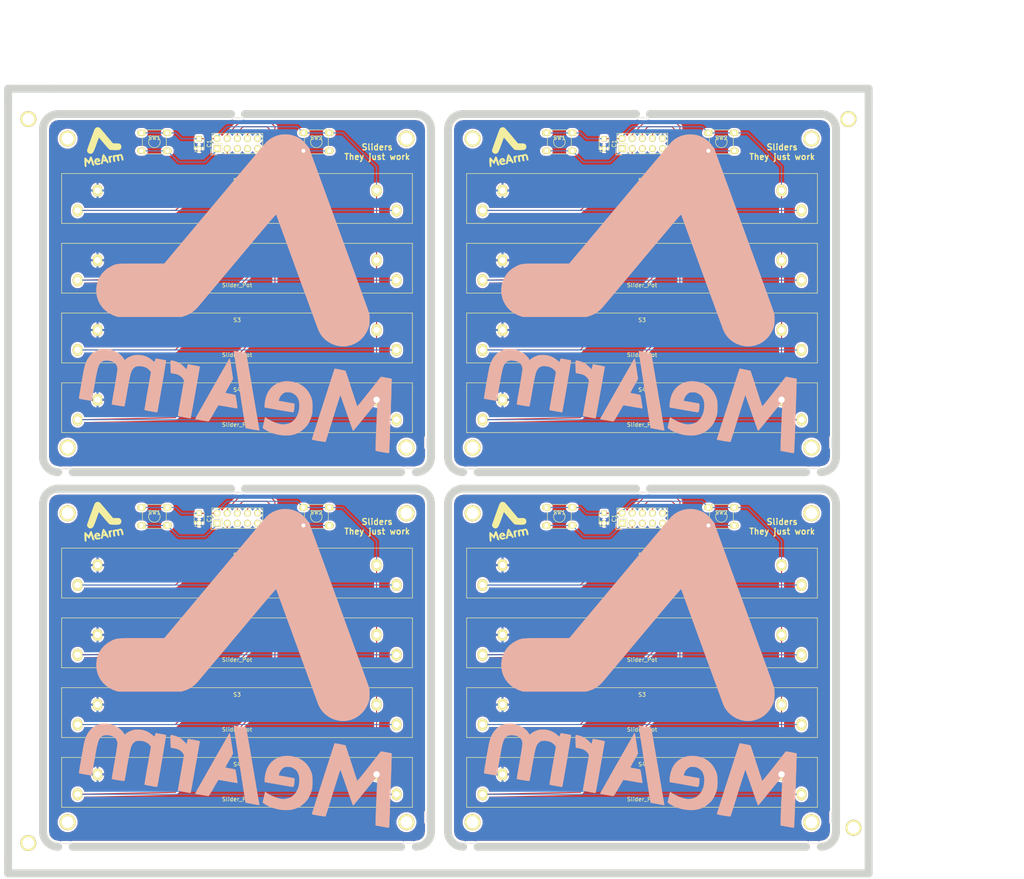
<source format=kicad_pcb>
(kicad_pcb (version 4) (host pcbnew "(2015-01-16 BZR 5376)-product")
  (layers (0 F.Cu signal) (31 B.Cu signal) (34 B.Paste user) (35 F.Paste user) (36 B.SilkS user) (37 F.SilkS user) (38 B.Mask user) (39 F.Mask user) (44 Edge.Cuts user))
  (net 0 "")
  (net 1 GND)
  (net 2 A0)
  (net 3 A1)
  (net 4 VCC)
  (net 5 A2)
  (net 6 A3)
  (net 7 "Net-(U1-Pad5)")
  (net 8 "Net-(U1-Pad7)")
  (net 9 MOSI)
  (net 10 MISO)
  (module brains:Mounting_Hole (layer F.Cu) (at 240.03 203.2)
    (fp_text reference "" (at 0 -5) (layer F.SilkS))
    (fp_text value "" (at 0 5) (layer F.SilkS))
    (pad "" thru_hole circle (at 0 0) (size 4 4) (drill 3) (layers *.Cu *.Mask F.SilkS))
  )
  (module brains:Mounting_Hole (layer F.Cu) (at 33.02 207.01)
    (fp_text reference "" (at 0 -5) (layer F.SilkS))
    (fp_text value "" (at 0 5) (layer F.SilkS))
    (pad "" thru_hole circle (at 0 0) (size 4 4) (drill 3) (layers *.Cu *.Mask F.SilkS))
  )
  (module brains:Mounting_Hole (layer F.Cu) (at 238.76 25.4)
    (fp_text reference "" (at 0 -5) (layer F.SilkS))
    (fp_text value "" (at 0 5) (layer F.SilkS))
    (pad "" thru_hole circle (at 0 0) (size 4 4) (drill 3) (layers *.Cu *.Mask F.SilkS))
  )
  (module brains:TinyDrillHole (layer F.Cu) (at 188.087 25.019)
    (fp_text reference "" (at 0 0) (layer F.SilkS))
    (fp_text value "" (at 0 0 90) (layer F.SilkS))
    (pad 2 thru_hole circle (at 0 0) (size 0.3 0.3) (drill 0.3) (layers *.Cu *.Mask F.SilkS))
  )
  (module brains:TinyDrillHole (layer F.Cu) (at 187.579 25.019)
    (fp_text reference "" (at 0 0) (layer F.SilkS))
    (fp_text value "" (at 0 0 90) (layer F.SilkS))
    (pad 2 thru_hole circle (at 0 0) (size 0.3 0.3) (drill 0.3) (layers *.Cu *.Mask F.SilkS))
  )
  (module brains:TinyDrillHole (layer F.Cu) (at 187.198 25.019)
    (fp_text reference "" (at 0 0) (layer F.SilkS))
    (fp_text value "" (at 0 0 90) (layer F.SilkS))
    (pad 2 thru_hole circle (at 0 0) (size 0.3 0.3) (drill 0.3) (layers *.Cu *.Mask F.SilkS))
  )
  (module brains:TinyDrillHole (layer F.Cu) (at 186.817 25.019)
    (fp_text reference "" (at 0 0) (layer F.SilkS))
    (fp_text value "" (at 0 0 90) (layer F.SilkS))
    (pad 2 thru_hole circle (at 0 0) (size 0.3 0.3) (drill 0.3) (layers *.Cu *.Mask F.SilkS))
  )
  (module brains:TinyDrillHole (layer F.Cu) (at 186.309 25.019)
    (fp_text reference "" (at 0 0) (layer F.SilkS))
    (fp_text value "" (at 0 0 90) (layer F.SilkS))
    (pad 2 thru_hole circle (at 0 0) (size 0.3 0.3) (drill 0.3) (layers *.Cu *.Mask F.SilkS))
  )
  (module brains:MeArmLogo10mm (layer F.Cu) (at 153.543 32.385)
    (fp_text reference G*** hide)
    (fp_text value LOGO hide)
  )
  (module brains:LogoMeArm80mm (layer B.Cu) (at 186.563 69.215 180)
    (fp_text reference G*** hide)
    (fp_text value LOGO hide)
  )
  (module brains:Mounting_Hole (layer F.Cu) (at 229.483 107.815)
    (fp_text reference "" (at 0 -5) (layer F.SilkS))
    (fp_text value "" (at 0 5) (layer F.SilkS))
    (pad "" thru_hole circle (at 0 0) (size 4 4) (drill 3) (layers *.Cu *.Mask F.SilkS))
  )
  (module brains:Mounting_Hole (layer F.Cu) (at 144.483 107.815)
    (fp_text reference "" (at 0 -5) (layer F.SilkS))
    (fp_text value "" (at 0 5) (layer F.SilkS))
    (pad "" thru_hole circle (at 0 0) (size 4 4) (drill 3) (layers *.Cu *.Mask F.SilkS))
  )
  (module brains:Mounting_Hole (layer F.Cu) (at 229.483 30.315)
    (fp_text reference "" (at 0 -5) (layer F.SilkS))
    (fp_text value "" (at 0 5) (layer F.SilkS))
    (pad "" thru_hole circle (at 0 0) (size 4 4) (drill 3) (layers *.Cu *.Mask F.SilkS))
  )
  (module brains:Mounting_Hole (layer F.Cu) (at 144.483 30.315)
    (fp_text reference "" (at 0 -5) (layer F.SilkS))
    (fp_text value "" (at 0 5) (layer F.SilkS))
    (pad "" thru_hole circle (at 0 0) (size 4 4) (drill 3) (layers *.Cu *.Mask F.SilkS))
  )
  (module Pin_Headers:Pin_Header_Straight_2x05 (layer F.Cu) (at 181.983 32.815 90)
    (fp_text reference U1 (at 0 -5.1 90) (layer F.SilkS))
    (fp_text value JoyConnectISP)
    (pad 1 thru_hole rect (at 0 0 90) (size 1.7272 1.7272) (drill 1.016) (layers *.Cu *.Mask F.SilkS) (net 9 MOSI))
    (pad 2 thru_hole oval (at 2.54 0 90) (size 1.7272 1.7272) (drill 1.016) (layers *.Cu *.Mask F.SilkS) (net 4 VCC))
    (pad 3 thru_hole oval (at 0 2.54 90) (size 1.7272 1.7272) (drill 1.016) (layers *.Cu *.Mask F.SilkS) (net 2 A0))
    (pad 4 thru_hole oval (at 2.54 2.54 90) (size 1.7272 1.7272) (drill 1.016) (layers *.Cu *.Mask F.SilkS) (net 6 A3))
    (pad 5 thru_hole oval (at 0 5.08 90) (size 1.7272 1.7272) (drill 1.016) (layers *.Cu *.Mask F.SilkS) (net 7 "Net-(U1-Pad5)"))
    (pad 6 thru_hole oval (at 2.54 5.08 90) (size 1.7272 1.7272) (drill 1.016) (layers *.Cu *.Mask F.SilkS) (net 5 A2))
    (pad 7 thru_hole oval (at 0 7.62 90) (size 1.7272 1.7272) (drill 1.016) (layers *.Cu *.Mask F.SilkS) (net 8 "Net-(U1-Pad7)"))
    (pad 8 thru_hole oval (at 2.54 7.62 90) (size 1.7272 1.7272) (drill 1.016) (layers *.Cu *.Mask F.SilkS) (net 3 A1))
    (pad 9 thru_hole oval (at 0 10.16 90) (size 1.7272 1.7272) (drill 1.016) (layers *.Cu *.Mask F.SilkS) (net 10 MISO))
    (pad 10 thru_hole oval (at 2.54 10.16 90) (size 1.7272 1.7272) (drill 1.016) (layers *.Cu *.Mask F.SilkS) (net 1 GND))
  )
  (module brains:Slider_Potentiometer (layer F.Cu) (at 186.983 97.815)
    (fp_text reference S4 (at 0 -4.5) (layer F.SilkS))
    (fp_text value Slider_Pot (at 0 4.25) (layer F.SilkS))
    (pad 1 thru_hole oval (at -35 -2) (size 2.4 3) (drill 1.6) (layers *.Cu *.Mask F.SilkS) (net 1 GND))
    (pad 2 thru_hole oval (at -40 3) (size 2.4 3) (drill 1.6) (layers *.Cu *.Mask F.SilkS) (net 6 A3))
    (pad 3 thru_hole oval (at 35 -2) (size 2.4 3) (drill 1.6) (layers *.Cu *.Mask F.SilkS) (net 4 VCC))
    (pad 2 thru_hole oval (at 40 3) (size 2.4 3) (drill 1.6) (layers *.Cu *.Mask F.SilkS) (net 6 A3))
  )
  (module brains:Slider_Potentiometer (layer F.Cu) (at 186.983 80.315)
    (fp_text reference S3 (at 0 -4.5) (layer F.SilkS))
    (fp_text value Slider_Pot (at 0 4.25) (layer F.SilkS))
    (pad 1 thru_hole oval (at -35 -2) (size 2.4 3) (drill 1.6) (layers *.Cu *.Mask F.SilkS) (net 1 GND))
    (pad 2 thru_hole oval (at -40 3) (size 2.4 3) (drill 1.6) (layers *.Cu *.Mask F.SilkS) (net 5 A2))
    (pad 3 thru_hole oval (at 35 -2) (size 2.4 3) (drill 1.6) (layers *.Cu *.Mask F.SilkS) (net 4 VCC))
    (pad 2 thru_hole oval (at 40 3) (size 2.4 3) (drill 1.6) (layers *.Cu *.Mask F.SilkS) (net 5 A2))
  )
  (module brains:Slider_Potentiometer (layer F.Cu) (at 186.983 62.815)
    (fp_text reference S2 (at 0 -4.5) (layer F.SilkS))
    (fp_text value Slider_Pot (at 0 4.25) (layer F.SilkS))
    (pad 1 thru_hole oval (at -35 -2) (size 2.4 3) (drill 1.6) (layers *.Cu *.Mask F.SilkS) (net 1 GND))
    (pad 2 thru_hole oval (at -40 3) (size 2.4 3) (drill 1.6) (layers *.Cu *.Mask F.SilkS) (net 3 A1))
    (pad 3 thru_hole oval (at 35 -2) (size 2.4 3) (drill 1.6) (layers *.Cu *.Mask F.SilkS) (net 4 VCC))
    (pad 2 thru_hole oval (at 40 3) (size 2.4 3) (drill 1.6) (layers *.Cu *.Mask F.SilkS) (net 3 A1))
  )
  (module brains:Slider_Potentiometer (layer F.Cu) (at 186.983 45.315)
    (fp_text reference S1 (at 0 -4.5) (layer F.SilkS))
    (fp_text value Slider_Pot (at 0 4.25) (layer F.SilkS))
    (pad 1 thru_hole oval (at -35 -2) (size 2.4 3) (drill 1.6) (layers *.Cu *.Mask F.SilkS) (net 1 GND))
    (pad 2 thru_hole oval (at -40 3) (size 2.4 3) (drill 1.6) (layers *.Cu *.Mask F.SilkS) (net 2 A0))
    (pad 3 thru_hole oval (at 35 -2) (size 2.4 3) (drill 1.6) (layers *.Cu *.Mask F.SilkS) (net 4 VCC))
    (pad 2 thru_hole oval (at 40 3) (size 2.4 3) (drill 1.6) (layers *.Cu *.Mask F.SilkS) (net 2 A0))
  )
  (module Capacitors_ThroughHole:C_Disc_D3_P2.5 (layer F.Cu) (at 177.483 30.315 270)
    (fp_text reference C1 (at 1.25 -2.5 270) (layer F.SilkS))
    (fp_text value C)
    (pad 1 thru_hole rect (at 0 0 270) (size 1.3 1.3) (drill 0.8) (layers *.Cu *.Mask F.SilkS) (net 4 VCC))
    (pad 2 thru_hole circle (at 2.5 0 270) (size 1.3 1.3) (drill 0.8001) (layers *.Cu *.Mask F.SilkS) (net 1 GND))
  )
  (module brains:TacSwitch (layer F.Cu) (at 166.243 31.115 180)
    (fp_text reference SW1 (at 0 1 180) (layer F.SilkS))
    (fp_text value SW_PUSH)
    (pad 2 thru_hole oval (at -3.25 2.25 180) (size 2.2 1.524) (drill 0.99) (layers *.Cu *.Mask F.SilkS) (net 4 VCC))
    (pad 1 thru_hole oval (at -3.25 -2.25 180) (size 2.2 1.524) (drill 0.99) (layers *.Cu *.Mask F.SilkS) (net 9 MOSI))
    (pad 2 thru_hole oval (at 3.25 2.25 180) (size 2.2 1.524) (drill 0.99) (layers *.Cu *.Mask F.SilkS) (net 4 VCC))
    (pad 1 thru_hole oval (at 3.25 -2.25 180) (size 2.2 1.524) (drill 0.99) (layers *.Cu *.Mask F.SilkS) (net 9 MOSI))
  )
  (module brains:TacSwitch (layer F.Cu) (at 206.883 31.115 180)
    (fp_text reference SW2 (at 0 1 180) (layer F.SilkS))
    (fp_text value SW_PUSH)
    (pad 2 thru_hole oval (at -3.25 2.25 180) (size 2.2 1.524) (drill 0.99) (layers *.Cu *.Mask F.SilkS) (net 4 VCC))
    (pad 1 thru_hole oval (at -3.25 -2.25 180) (size 2.2 1.524) (drill 0.99) (layers *.Cu *.Mask F.SilkS) (net 10 MISO))
    (pad 2 thru_hole oval (at 3.25 2.25 180) (size 2.2 1.524) (drill 0.99) (layers *.Cu *.Mask F.SilkS) (net 4 VCC))
    (pad 1 thru_hole oval (at 3.25 -2.25 180) (size 2.2 1.524) (drill 0.99) (layers *.Cu *.Mask F.SilkS) (net 10 MISO))
  )
  (module brains:TinyDrillHole (layer F.Cu) (at 143.129 113.157)
    (fp_text reference "" (at 0 0) (layer F.SilkS))
    (fp_text value "" (at 0 0 90) (layer F.SilkS))
    (pad 2 thru_hole circle (at 0 0) (size 0.3 0.3) (drill 0.3) (layers *.Cu *.Mask F.SilkS))
  )
  (module brains:TinyDrillHole (layer F.Cu) (at 143.637 113.157)
    (fp_text reference "" (at 0 0) (layer F.SilkS))
    (fp_text value "" (at 0 0 90) (layer F.SilkS))
    (pad 2 thru_hole circle (at 0 0) (size 0.3 0.3) (drill 0.3) (layers *.Cu *.Mask F.SilkS))
  )
  (module brains:TinyDrillHole (layer F.Cu) (at 144.018 113.157)
    (fp_text reference "" (at 0 0) (layer F.SilkS))
    (fp_text value "" (at 0 0 90) (layer F.SilkS))
    (pad 2 thru_hole circle (at 0 0) (size 0.3 0.3) (drill 0.3) (layers *.Cu *.Mask F.SilkS))
  )
  (module brains:TinyDrillHole (layer F.Cu) (at 144.399 113.157)
    (fp_text reference "" (at 0 0) (layer F.SilkS))
    (fp_text value "" (at 0 0 90) (layer F.SilkS))
    (pad 2 thru_hole circle (at 0 0) (size 0.3 0.3) (drill 0.3) (layers *.Cu *.Mask F.SilkS))
  )
  (module brains:TinyDrillHole (layer F.Cu) (at 144.78 113.157)
    (fp_text reference "" (at 0 0) (layer F.SilkS))
    (fp_text value "" (at 0 0 90) (layer F.SilkS))
    (pad 2 thru_hole circle (at 0 0) (size 0.3 0.3) (drill 0.3) (layers *.Cu *.Mask F.SilkS))
  )
  (module brains:TinyDrillHole (layer F.Cu) (at 230.886 113.157)
    (fp_text reference "" (at 0 0) (layer F.SilkS))
    (fp_text value "" (at 0 0 90) (layer F.SilkS))
    (pad 2 thru_hole circle (at 0 0) (size 0.3 0.3) (drill 0.3) (layers *.Cu *.Mask F.SilkS))
  )
  (module brains:TinyDrillHole (layer F.Cu) (at 230.378 113.157)
    (fp_text reference "" (at 0 0) (layer F.SilkS))
    (fp_text value "" (at 0 0 90) (layer F.SilkS))
    (pad 2 thru_hole circle (at 0 0) (size 0.3 0.3) (drill 0.3) (layers *.Cu *.Mask F.SilkS))
  )
  (module brains:TinyDrillHole (layer F.Cu) (at 229.997 113.157)
    (fp_text reference "" (at 0 0) (layer F.SilkS))
    (fp_text value "" (at 0 0 90) (layer F.SilkS))
    (pad 2 thru_hole circle (at 0 0) (size 0.3 0.3) (drill 0.3) (layers *.Cu *.Mask F.SilkS))
  )
  (module brains:TinyDrillHole (layer F.Cu) (at 229.616 113.157)
    (fp_text reference "" (at 0 0) (layer F.SilkS))
    (fp_text value "" (at 0 0 90) (layer F.SilkS))
    (pad 2 thru_hole circle (at 0 0) (size 0.3 0.3) (drill 0.3) (layers *.Cu *.Mask F.SilkS))
  )
  (module brains:TinyDrillHole (layer F.Cu) (at 229.108 113.157)
    (fp_text reference "" (at 0 0) (layer F.SilkS))
    (fp_text value "" (at 0 0 90) (layer F.SilkS))
    (pad 2 thru_hole circle (at 0 0) (size 0.3 0.3) (drill 0.3) (layers *.Cu *.Mask F.SilkS))
  )
  (module brains:TinyDrillHole (layer F.Cu) (at 229.108 207.137)
    (fp_text reference "" (at 0 0) (layer F.SilkS))
    (fp_text value "" (at 0 0 90) (layer F.SilkS))
    (pad 2 thru_hole circle (at 0 0) (size 0.3 0.3) (drill 0.3) (layers *.Cu *.Mask F.SilkS))
  )
  (module brains:TinyDrillHole (layer F.Cu) (at 229.616 207.137)
    (fp_text reference "" (at 0 0) (layer F.SilkS))
    (fp_text value "" (at 0 0 90) (layer F.SilkS))
    (pad 2 thru_hole circle (at 0 0) (size 0.3 0.3) (drill 0.3) (layers *.Cu *.Mask F.SilkS))
  )
  (module brains:TinyDrillHole (layer F.Cu) (at 229.997 207.137)
    (fp_text reference "" (at 0 0) (layer F.SilkS))
    (fp_text value "" (at 0 0 90) (layer F.SilkS))
    (pad 2 thru_hole circle (at 0 0) (size 0.3 0.3) (drill 0.3) (layers *.Cu *.Mask F.SilkS))
  )
  (module brains:TinyDrillHole (layer F.Cu) (at 230.378 207.137)
    (fp_text reference "" (at 0 0) (layer F.SilkS))
    (fp_text value "" (at 0 0 90) (layer F.SilkS))
    (pad 2 thru_hole circle (at 0 0) (size 0.3 0.3) (drill 0.3) (layers *.Cu *.Mask F.SilkS))
  )
  (module brains:TinyDrillHole (layer F.Cu) (at 230.886 207.137)
    (fp_text reference "" (at 0 0) (layer F.SilkS))
    (fp_text value "" (at 0 0 90) (layer F.SilkS))
    (pad 2 thru_hole circle (at 0 0) (size 0.3 0.3) (drill 0.3) (layers *.Cu *.Mask F.SilkS))
  )
  (module brains:TinyDrillHole (layer F.Cu) (at 144.78 207.137)
    (fp_text reference "" (at 0 0) (layer F.SilkS))
    (fp_text value "" (at 0 0 90) (layer F.SilkS))
    (pad 2 thru_hole circle (at 0 0) (size 0.3 0.3) (drill 0.3) (layers *.Cu *.Mask F.SilkS))
  )
  (module brains:TinyDrillHole (layer F.Cu) (at 144.399 207.137)
    (fp_text reference "" (at 0 0) (layer F.SilkS))
    (fp_text value "" (at 0 0 90) (layer F.SilkS))
    (pad 2 thru_hole circle (at 0 0) (size 0.3 0.3) (drill 0.3) (layers *.Cu *.Mask F.SilkS))
  )
  (module brains:TinyDrillHole (layer F.Cu) (at 144.018 207.137)
    (fp_text reference "" (at 0 0) (layer F.SilkS))
    (fp_text value "" (at 0 0 90) (layer F.SilkS))
    (pad 2 thru_hole circle (at 0 0) (size 0.3 0.3) (drill 0.3) (layers *.Cu *.Mask F.SilkS))
  )
  (module brains:TinyDrillHole (layer F.Cu) (at 143.637 207.137)
    (fp_text reference "" (at 0 0) (layer F.SilkS))
    (fp_text value "" (at 0 0 90) (layer F.SilkS))
    (pad 2 thru_hole circle (at 0 0) (size 0.3 0.3) (drill 0.3) (layers *.Cu *.Mask F.SilkS))
  )
  (module brains:TinyDrillHole (layer F.Cu) (at 143.129 207.137)
    (fp_text reference "" (at 0 0) (layer F.SilkS))
    (fp_text value "" (at 0 0 90) (layer F.SilkS))
    (pad 2 thru_hole circle (at 0 0) (size 0.3 0.3) (drill 0.3) (layers *.Cu *.Mask F.SilkS))
  )
  (module brains:TacSwitch (layer F.Cu) (at 206.883 125.095 180)
    (fp_text reference SW2 (at 0 1 180) (layer F.SilkS))
    (fp_text value SW_PUSH)
    (pad 2 thru_hole oval (at -3.25 2.25 180) (size 2.2 1.524) (drill 0.99) (layers *.Cu *.Mask F.SilkS) (net 4 VCC))
    (pad 1 thru_hole oval (at -3.25 -2.25 180) (size 2.2 1.524) (drill 0.99) (layers *.Cu *.Mask F.SilkS) (net 10 MISO))
    (pad 2 thru_hole oval (at 3.25 2.25 180) (size 2.2 1.524) (drill 0.99) (layers *.Cu *.Mask F.SilkS) (net 4 VCC))
    (pad 1 thru_hole oval (at 3.25 -2.25 180) (size 2.2 1.524) (drill 0.99) (layers *.Cu *.Mask F.SilkS) (net 10 MISO))
  )
  (module brains:TacSwitch (layer F.Cu) (at 166.243 125.095 180)
    (fp_text reference SW1 (at 0 1 180) (layer F.SilkS))
    (fp_text value SW_PUSH)
    (pad 2 thru_hole oval (at -3.25 2.25 180) (size 2.2 1.524) (drill 0.99) (layers *.Cu *.Mask F.SilkS) (net 4 VCC))
    (pad 1 thru_hole oval (at -3.25 -2.25 180) (size 2.2 1.524) (drill 0.99) (layers *.Cu *.Mask F.SilkS) (net 9 MOSI))
    (pad 2 thru_hole oval (at 3.25 2.25 180) (size 2.2 1.524) (drill 0.99) (layers *.Cu *.Mask F.SilkS) (net 4 VCC))
    (pad 1 thru_hole oval (at 3.25 -2.25 180) (size 2.2 1.524) (drill 0.99) (layers *.Cu *.Mask F.SilkS) (net 9 MOSI))
  )
  (module Capacitors_ThroughHole:C_Disc_D3_P2.5 (layer F.Cu) (at 177.483 124.295 270)
    (fp_text reference C1 (at 1.25 -2.5 270) (layer F.SilkS))
    (fp_text value C)
    (pad 1 thru_hole rect (at 0 0 270) (size 1.3 1.3) (drill 0.8) (layers *.Cu *.Mask F.SilkS) (net 4 VCC))
    (pad 2 thru_hole circle (at 2.5 0 270) (size 1.3 1.3) (drill 0.8001) (layers *.Cu *.Mask F.SilkS) (net 1 GND))
  )
  (module brains:Slider_Potentiometer (layer F.Cu) (at 186.983 139.295)
    (fp_text reference S1 (at 0 -4.5) (layer F.SilkS))
    (fp_text value Slider_Pot (at 0 4.25) (layer F.SilkS))
    (pad 1 thru_hole oval (at -35 -2) (size 2.4 3) (drill 1.6) (layers *.Cu *.Mask F.SilkS) (net 1 GND))
    (pad 2 thru_hole oval (at -40 3) (size 2.4 3) (drill 1.6) (layers *.Cu *.Mask F.SilkS) (net 2 A0))
    (pad 3 thru_hole oval (at 35 -2) (size 2.4 3) (drill 1.6) (layers *.Cu *.Mask F.SilkS) (net 4 VCC))
    (pad 2 thru_hole oval (at 40 3) (size 2.4 3) (drill 1.6) (layers *.Cu *.Mask F.SilkS) (net 2 A0))
  )
  (module brains:Slider_Potentiometer (layer F.Cu) (at 186.983 156.795)
    (fp_text reference S2 (at 0 -4.5) (layer F.SilkS))
    (fp_text value Slider_Pot (at 0 4.25) (layer F.SilkS))
    (pad 1 thru_hole oval (at -35 -2) (size 2.4 3) (drill 1.6) (layers *.Cu *.Mask F.SilkS) (net 1 GND))
    (pad 2 thru_hole oval (at -40 3) (size 2.4 3) (drill 1.6) (layers *.Cu *.Mask F.SilkS) (net 3 A1))
    (pad 3 thru_hole oval (at 35 -2) (size 2.4 3) (drill 1.6) (layers *.Cu *.Mask F.SilkS) (net 4 VCC))
    (pad 2 thru_hole oval (at 40 3) (size 2.4 3) (drill 1.6) (layers *.Cu *.Mask F.SilkS) (net 3 A1))
  )
  (module brains:Slider_Potentiometer (layer F.Cu) (at 186.983 174.295)
    (fp_text reference S3 (at 0 -4.5) (layer F.SilkS))
    (fp_text value Slider_Pot (at 0 4.25) (layer F.SilkS))
    (pad 1 thru_hole oval (at -35 -2) (size 2.4 3) (drill 1.6) (layers *.Cu *.Mask F.SilkS) (net 1 GND))
    (pad 2 thru_hole oval (at -40 3) (size 2.4 3) (drill 1.6) (layers *.Cu *.Mask F.SilkS) (net 5 A2))
    (pad 3 thru_hole oval (at 35 -2) (size 2.4 3) (drill 1.6) (layers *.Cu *.Mask F.SilkS) (net 4 VCC))
    (pad 2 thru_hole oval (at 40 3) (size 2.4 3) (drill 1.6) (layers *.Cu *.Mask F.SilkS) (net 5 A2))
  )
  (module brains:Slider_Potentiometer (layer F.Cu) (at 186.983 191.795)
    (fp_text reference S4 (at 0 -4.5) (layer F.SilkS))
    (fp_text value Slider_Pot (at 0 4.25) (layer F.SilkS))
    (pad 1 thru_hole oval (at -35 -2) (size 2.4 3) (drill 1.6) (layers *.Cu *.Mask F.SilkS) (net 1 GND))
    (pad 2 thru_hole oval (at -40 3) (size 2.4 3) (drill 1.6) (layers *.Cu *.Mask F.SilkS) (net 6 A3))
    (pad 3 thru_hole oval (at 35 -2) (size 2.4 3) (drill 1.6) (layers *.Cu *.Mask F.SilkS) (net 4 VCC))
    (pad 2 thru_hole oval (at 40 3) (size 2.4 3) (drill 1.6) (layers *.Cu *.Mask F.SilkS) (net 6 A3))
  )
  (module Pin_Headers:Pin_Header_Straight_2x05 (layer F.Cu) (at 181.983 126.795 90)
    (fp_text reference U1 (at 0 -5.1 90) (layer F.SilkS))
    (fp_text value JoyConnectISP)
    (pad 1 thru_hole rect (at 0 0 90) (size 1.7272 1.7272) (drill 1.016) (layers *.Cu *.Mask F.SilkS) (net 9 MOSI))
    (pad 2 thru_hole oval (at 2.54 0 90) (size 1.7272 1.7272) (drill 1.016) (layers *.Cu *.Mask F.SilkS) (net 4 VCC))
    (pad 3 thru_hole oval (at 0 2.54 90) (size 1.7272 1.7272) (drill 1.016) (layers *.Cu *.Mask F.SilkS) (net 2 A0))
    (pad 4 thru_hole oval (at 2.54 2.54 90) (size 1.7272 1.7272) (drill 1.016) (layers *.Cu *.Mask F.SilkS) (net 6 A3))
    (pad 5 thru_hole oval (at 0 5.08 90) (size 1.7272 1.7272) (drill 1.016) (layers *.Cu *.Mask F.SilkS) (net 7 "Net-(U1-Pad5)"))
    (pad 6 thru_hole oval (at 2.54 5.08 90) (size 1.7272 1.7272) (drill 1.016) (layers *.Cu *.Mask F.SilkS) (net 5 A2))
    (pad 7 thru_hole oval (at 0 7.62 90) (size 1.7272 1.7272) (drill 1.016) (layers *.Cu *.Mask F.SilkS) (net 8 "Net-(U1-Pad7)"))
    (pad 8 thru_hole oval (at 2.54 7.62 90) (size 1.7272 1.7272) (drill 1.016) (layers *.Cu *.Mask F.SilkS) (net 3 A1))
    (pad 9 thru_hole oval (at 0 10.16 90) (size 1.7272 1.7272) (drill 1.016) (layers *.Cu *.Mask F.SilkS) (net 10 MISO))
    (pad 10 thru_hole oval (at 2.54 10.16 90) (size 1.7272 1.7272) (drill 1.016) (layers *.Cu *.Mask F.SilkS) (net 1 GND))
  )
  (module brains:Mounting_Hole (layer F.Cu) (at 144.483 124.295)
    (fp_text reference "" (at 0 -5) (layer F.SilkS))
    (fp_text value "" (at 0 5) (layer F.SilkS))
    (pad "" thru_hole circle (at 0 0) (size 4 4) (drill 3) (layers *.Cu *.Mask F.SilkS))
  )
  (module brains:Mounting_Hole (layer F.Cu) (at 229.483 124.295)
    (fp_text reference "" (at 0 -5) (layer F.SilkS))
    (fp_text value "" (at 0 5) (layer F.SilkS))
    (pad "" thru_hole circle (at 0 0) (size 4 4) (drill 3) (layers *.Cu *.Mask F.SilkS))
  )
  (module brains:Mounting_Hole (layer F.Cu) (at 144.483 201.795)
    (fp_text reference "" (at 0 -5) (layer F.SilkS))
    (fp_text value "" (at 0 5) (layer F.SilkS))
    (pad "" thru_hole circle (at 0 0) (size 4 4) (drill 3) (layers *.Cu *.Mask F.SilkS))
  )
  (module brains:Mounting_Hole (layer F.Cu) (at 229.483 201.795)
    (fp_text reference "" (at 0 -5) (layer F.SilkS))
    (fp_text value "" (at 0 5) (layer F.SilkS))
    (pad "" thru_hole circle (at 0 0) (size 4 4) (drill 3) (layers *.Cu *.Mask F.SilkS))
  )
  (module brains:LogoMeArm80mm (layer B.Cu) (at 186.563 163.195 180)
    (fp_text reference G*** hide)
    (fp_text value LOGO hide)
  )
  (module brains:MeArmLogo10mm (layer F.Cu) (at 153.543 126.365)
    (fp_text reference G*** hide)
    (fp_text value LOGO hide)
  )
  (module brains:TinyDrillHole (layer F.Cu) (at 186.309 118.999)
    (fp_text reference "" (at 0 0) (layer F.SilkS))
    (fp_text value "" (at 0 0 90) (layer F.SilkS))
    (pad 2 thru_hole circle (at 0 0) (size 0.3 0.3) (drill 0.3) (layers *.Cu *.Mask F.SilkS))
  )
  (module brains:TinyDrillHole (layer F.Cu) (at 186.817 118.999)
    (fp_text reference "" (at 0 0) (layer F.SilkS))
    (fp_text value "" (at 0 0 90) (layer F.SilkS))
    (pad 2 thru_hole circle (at 0 0) (size 0.3 0.3) (drill 0.3) (layers *.Cu *.Mask F.SilkS))
  )
  (module brains:TinyDrillHole (layer F.Cu) (at 187.198 118.999)
    (fp_text reference "" (at 0 0) (layer F.SilkS))
    (fp_text value "" (at 0 0 90) (layer F.SilkS))
    (pad 2 thru_hole circle (at 0 0) (size 0.3 0.3) (drill 0.3) (layers *.Cu *.Mask F.SilkS))
  )
  (module brains:TinyDrillHole (layer F.Cu) (at 187.579 118.999)
    (fp_text reference "" (at 0 0) (layer F.SilkS))
    (fp_text value "" (at 0 0 90) (layer F.SilkS))
    (pad 2 thru_hole circle (at 0 0) (size 0.3 0.3) (drill 0.3) (layers *.Cu *.Mask F.SilkS))
  )
  (module brains:TinyDrillHole (layer F.Cu) (at 188.087 118.999)
    (fp_text reference "" (at 0 0) (layer F.SilkS))
    (fp_text value "" (at 0 0 90) (layer F.SilkS))
    (pad 2 thru_hole circle (at 0 0) (size 0.3 0.3) (drill 0.3) (layers *.Cu *.Mask F.SilkS))
  )
  (module brains:TinyDrillHole (layer F.Cu) (at 86.487 118.999)
    (fp_text reference "" (at 0 0) (layer F.SilkS))
    (fp_text value "" (at 0 0 90) (layer F.SilkS))
    (pad 2 thru_hole circle (at 0 0) (size 0.3 0.3) (drill 0.3) (layers *.Cu *.Mask F.SilkS))
  )
  (module brains:TinyDrillHole (layer F.Cu) (at 85.979 118.999)
    (fp_text reference "" (at 0 0) (layer F.SilkS))
    (fp_text value "" (at 0 0 90) (layer F.SilkS))
    (pad 2 thru_hole circle (at 0 0) (size 0.3 0.3) (drill 0.3) (layers *.Cu *.Mask F.SilkS))
  )
  (module brains:TinyDrillHole (layer F.Cu) (at 85.598 118.999)
    (fp_text reference "" (at 0 0) (layer F.SilkS))
    (fp_text value "" (at 0 0 90) (layer F.SilkS))
    (pad 2 thru_hole circle (at 0 0) (size 0.3 0.3) (drill 0.3) (layers *.Cu *.Mask F.SilkS))
  )
  (module brains:TinyDrillHole (layer F.Cu) (at 85.217 118.999)
    (fp_text reference "" (at 0 0) (layer F.SilkS))
    (fp_text value "" (at 0 0 90) (layer F.SilkS))
    (pad 2 thru_hole circle (at 0 0) (size 0.3 0.3) (drill 0.3) (layers *.Cu *.Mask F.SilkS))
  )
  (module brains:TinyDrillHole (layer F.Cu) (at 84.709 118.999)
    (fp_text reference "" (at 0 0) (layer F.SilkS))
    (fp_text value "" (at 0 0 90) (layer F.SilkS))
    (pad 2 thru_hole circle (at 0 0) (size 0.3 0.3) (drill 0.3) (layers *.Cu *.Mask F.SilkS))
  )
  (module brains:MeArmLogo10mm (layer F.Cu) (at 51.943 126.365)
    (fp_text reference G*** hide)
    (fp_text value LOGO hide)
  )
  (module brains:LogoMeArm80mm (layer B.Cu) (at 84.963 163.195 180)
    (fp_text reference G*** hide)
    (fp_text value LOGO hide)
  )
  (module brains:Mounting_Hole (layer F.Cu) (at 127.883 201.795)
    (fp_text reference "" (at 0 -5) (layer F.SilkS))
    (fp_text value "" (at 0 5) (layer F.SilkS))
    (pad "" thru_hole circle (at 0 0) (size 4 4) (drill 3) (layers *.Cu *.Mask F.SilkS))
  )
  (module brains:Mounting_Hole (layer F.Cu) (at 42.883 201.795)
    (fp_text reference "" (at 0 -5) (layer F.SilkS))
    (fp_text value "" (at 0 5) (layer F.SilkS))
    (pad "" thru_hole circle (at 0 0) (size 4 4) (drill 3) (layers *.Cu *.Mask F.SilkS))
  )
  (module brains:Mounting_Hole (layer F.Cu) (at 127.883 124.295)
    (fp_text reference "" (at 0 -5) (layer F.SilkS))
    (fp_text value "" (at 0 5) (layer F.SilkS))
    (pad "" thru_hole circle (at 0 0) (size 4 4) (drill 3) (layers *.Cu *.Mask F.SilkS))
  )
  (module brains:Mounting_Hole (layer F.Cu) (at 42.883 124.295)
    (fp_text reference "" (at 0 -5) (layer F.SilkS))
    (fp_text value "" (at 0 5) (layer F.SilkS))
    (pad "" thru_hole circle (at 0 0) (size 4 4) (drill 3) (layers *.Cu *.Mask F.SilkS))
  )
  (module Pin_Headers:Pin_Header_Straight_2x05 (layer F.Cu) (at 80.383 126.795 90)
    (fp_text reference U1 (at 0 -5.1 90) (layer F.SilkS))
    (fp_text value JoyConnectISP)
    (pad 1 thru_hole rect (at 0 0 90) (size 1.7272 1.7272) (drill 1.016) (layers *.Cu *.Mask F.SilkS) (net 9 MOSI))
    (pad 2 thru_hole oval (at 2.54 0 90) (size 1.7272 1.7272) (drill 1.016) (layers *.Cu *.Mask F.SilkS) (net 4 VCC))
    (pad 3 thru_hole oval (at 0 2.54 90) (size 1.7272 1.7272) (drill 1.016) (layers *.Cu *.Mask F.SilkS) (net 2 A0))
    (pad 4 thru_hole oval (at 2.54 2.54 90) (size 1.7272 1.7272) (drill 1.016) (layers *.Cu *.Mask F.SilkS) (net 6 A3))
    (pad 5 thru_hole oval (at 0 5.08 90) (size 1.7272 1.7272) (drill 1.016) (layers *.Cu *.Mask F.SilkS) (net 7 "Net-(U1-Pad5)"))
    (pad 6 thru_hole oval (at 2.54 5.08 90) (size 1.7272 1.7272) (drill 1.016) (layers *.Cu *.Mask F.SilkS) (net 5 A2))
    (pad 7 thru_hole oval (at 0 7.62 90) (size 1.7272 1.7272) (drill 1.016) (layers *.Cu *.Mask F.SilkS) (net 8 "Net-(U1-Pad7)"))
    (pad 8 thru_hole oval (at 2.54 7.62 90) (size 1.7272 1.7272) (drill 1.016) (layers *.Cu *.Mask F.SilkS) (net 3 A1))
    (pad 9 thru_hole oval (at 0 10.16 90) (size 1.7272 1.7272) (drill 1.016) (layers *.Cu *.Mask F.SilkS) (net 10 MISO))
    (pad 10 thru_hole oval (at 2.54 10.16 90) (size 1.7272 1.7272) (drill 1.016) (layers *.Cu *.Mask F.SilkS) (net 1 GND))
  )
  (module brains:Slider_Potentiometer (layer F.Cu) (at 85.383 191.795)
    (fp_text reference S4 (at 0 -4.5) (layer F.SilkS))
    (fp_text value Slider_Pot (at 0 4.25) (layer F.SilkS))
    (pad 1 thru_hole oval (at -35 -2) (size 2.4 3) (drill 1.6) (layers *.Cu *.Mask F.SilkS) (net 1 GND))
    (pad 2 thru_hole oval (at -40 3) (size 2.4 3) (drill 1.6) (layers *.Cu *.Mask F.SilkS) (net 6 A3))
    (pad 3 thru_hole oval (at 35 -2) (size 2.4 3) (drill 1.6) (layers *.Cu *.Mask F.SilkS) (net 4 VCC))
    (pad 2 thru_hole oval (at 40 3) (size 2.4 3) (drill 1.6) (layers *.Cu *.Mask F.SilkS) (net 6 A3))
  )
  (module brains:Slider_Potentiometer (layer F.Cu) (at 85.383 174.295)
    (fp_text reference S3 (at 0 -4.5) (layer F.SilkS))
    (fp_text value Slider_Pot (at 0 4.25) (layer F.SilkS))
    (pad 1 thru_hole oval (at -35 -2) (size 2.4 3) (drill 1.6) (layers *.Cu *.Mask F.SilkS) (net 1 GND))
    (pad 2 thru_hole oval (at -40 3) (size 2.4 3) (drill 1.6) (layers *.Cu *.Mask F.SilkS) (net 5 A2))
    (pad 3 thru_hole oval (at 35 -2) (size 2.4 3) (drill 1.6) (layers *.Cu *.Mask F.SilkS) (net 4 VCC))
    (pad 2 thru_hole oval (at 40 3) (size 2.4 3) (drill 1.6) (layers *.Cu *.Mask F.SilkS) (net 5 A2))
  )
  (module brains:Slider_Potentiometer (layer F.Cu) (at 85.383 156.795)
    (fp_text reference S2 (at 0 -4.5) (layer F.SilkS))
    (fp_text value Slider_Pot (at 0 4.25) (layer F.SilkS))
    (pad 1 thru_hole oval (at -35 -2) (size 2.4 3) (drill 1.6) (layers *.Cu *.Mask F.SilkS) (net 1 GND))
    (pad 2 thru_hole oval (at -40 3) (size 2.4 3) (drill 1.6) (layers *.Cu *.Mask F.SilkS) (net 3 A1))
    (pad 3 thru_hole oval (at 35 -2) (size 2.4 3) (drill 1.6) (layers *.Cu *.Mask F.SilkS) (net 4 VCC))
    (pad 2 thru_hole oval (at 40 3) (size 2.4 3) (drill 1.6) (layers *.Cu *.Mask F.SilkS) (net 3 A1))
  )
  (module brains:Slider_Potentiometer (layer F.Cu) (at 85.383 139.295)
    (fp_text reference S1 (at 0 -4.5) (layer F.SilkS))
    (fp_text value Slider_Pot (at 0 4.25) (layer F.SilkS))
    (pad 1 thru_hole oval (at -35 -2) (size 2.4 3) (drill 1.6) (layers *.Cu *.Mask F.SilkS) (net 1 GND))
    (pad 2 thru_hole oval (at -40 3) (size 2.4 3) (drill 1.6) (layers *.Cu *.Mask F.SilkS) (net 2 A0))
    (pad 3 thru_hole oval (at 35 -2) (size 2.4 3) (drill 1.6) (layers *.Cu *.Mask F.SilkS) (net 4 VCC))
    (pad 2 thru_hole oval (at 40 3) (size 2.4 3) (drill 1.6) (layers *.Cu *.Mask F.SilkS) (net 2 A0))
  )
  (module Capacitors_ThroughHole:C_Disc_D3_P2.5 (layer F.Cu) (at 75.883 124.295 270)
    (fp_text reference C1 (at 1.25 -2.5 270) (layer F.SilkS))
    (fp_text value C)
    (pad 1 thru_hole rect (at 0 0 270) (size 1.3 1.3) (drill 0.8) (layers *.Cu *.Mask F.SilkS) (net 4 VCC))
    (pad 2 thru_hole circle (at 2.5 0 270) (size 1.3 1.3) (drill 0.8001) (layers *.Cu *.Mask F.SilkS) (net 1 GND))
  )
  (module brains:TacSwitch (layer F.Cu) (at 64.643 125.095 180)
    (fp_text reference SW1 (at 0 1 180) (layer F.SilkS))
    (fp_text value SW_PUSH)
    (pad 2 thru_hole oval (at -3.25 2.25 180) (size 2.2 1.524) (drill 0.99) (layers *.Cu *.Mask F.SilkS) (net 4 VCC))
    (pad 1 thru_hole oval (at -3.25 -2.25 180) (size 2.2 1.524) (drill 0.99) (layers *.Cu *.Mask F.SilkS) (net 9 MOSI))
    (pad 2 thru_hole oval (at 3.25 2.25 180) (size 2.2 1.524) (drill 0.99) (layers *.Cu *.Mask F.SilkS) (net 4 VCC))
    (pad 1 thru_hole oval (at 3.25 -2.25 180) (size 2.2 1.524) (drill 0.99) (layers *.Cu *.Mask F.SilkS) (net 9 MOSI))
  )
  (module brains:TacSwitch (layer F.Cu) (at 105.283 125.095 180)
    (fp_text reference SW2 (at 0 1 180) (layer F.SilkS))
    (fp_text value SW_PUSH)
    (pad 2 thru_hole oval (at -3.25 2.25 180) (size 2.2 1.524) (drill 0.99) (layers *.Cu *.Mask F.SilkS) (net 4 VCC))
    (pad 1 thru_hole oval (at -3.25 -2.25 180) (size 2.2 1.524) (drill 0.99) (layers *.Cu *.Mask F.SilkS) (net 10 MISO))
    (pad 2 thru_hole oval (at 3.25 2.25 180) (size 2.2 1.524) (drill 0.99) (layers *.Cu *.Mask F.SilkS) (net 4 VCC))
    (pad 1 thru_hole oval (at 3.25 -2.25 180) (size 2.2 1.524) (drill 0.99) (layers *.Cu *.Mask F.SilkS) (net 10 MISO))
  )
  (module brains:TinyDrillHole (layer F.Cu) (at 41.529 207.137)
    (fp_text reference "" (at 0 0) (layer F.SilkS))
    (fp_text value "" (at 0 0 90) (layer F.SilkS))
    (pad 2 thru_hole circle (at 0 0) (size 0.3 0.3) (drill 0.3) (layers *.Cu *.Mask F.SilkS))
  )
  (module brains:TinyDrillHole (layer F.Cu) (at 42.037 207.137)
    (fp_text reference "" (at 0 0) (layer F.SilkS))
    (fp_text value "" (at 0 0 90) (layer F.SilkS))
    (pad 2 thru_hole circle (at 0 0) (size 0.3 0.3) (drill 0.3) (layers *.Cu *.Mask F.SilkS))
  )
  (module brains:TinyDrillHole (layer F.Cu) (at 42.418 207.137)
    (fp_text reference "" (at 0 0) (layer F.SilkS))
    (fp_text value "" (at 0 0 90) (layer F.SilkS))
    (pad 2 thru_hole circle (at 0 0) (size 0.3 0.3) (drill 0.3) (layers *.Cu *.Mask F.SilkS))
  )
  (module brains:TinyDrillHole (layer F.Cu) (at 42.799 207.137)
    (fp_text reference "" (at 0 0) (layer F.SilkS))
    (fp_text value "" (at 0 0 90) (layer F.SilkS))
    (pad 2 thru_hole circle (at 0 0) (size 0.3 0.3) (drill 0.3) (layers *.Cu *.Mask F.SilkS))
  )
  (module brains:TinyDrillHole (layer F.Cu) (at 43.18 207.137)
    (fp_text reference "" (at 0 0) (layer F.SilkS))
    (fp_text value "" (at 0 0 90) (layer F.SilkS))
    (pad 2 thru_hole circle (at 0 0) (size 0.3 0.3) (drill 0.3) (layers *.Cu *.Mask F.SilkS))
  )
  (module brains:TinyDrillHole (layer F.Cu) (at 129.286 207.137)
    (fp_text reference "" (at 0 0) (layer F.SilkS))
    (fp_text value "" (at 0 0 90) (layer F.SilkS))
    (pad 2 thru_hole circle (at 0 0) (size 0.3 0.3) (drill 0.3) (layers *.Cu *.Mask F.SilkS))
  )
  (module brains:TinyDrillHole (layer F.Cu) (at 128.778 207.137)
    (fp_text reference "" (at 0 0) (layer F.SilkS))
    (fp_text value "" (at 0 0 90) (layer F.SilkS))
    (pad 2 thru_hole circle (at 0 0) (size 0.3 0.3) (drill 0.3) (layers *.Cu *.Mask F.SilkS))
  )
  (module brains:TinyDrillHole (layer F.Cu) (at 128.397 207.137)
    (fp_text reference "" (at 0 0) (layer F.SilkS))
    (fp_text value "" (at 0 0 90) (layer F.SilkS))
    (pad 2 thru_hole circle (at 0 0) (size 0.3 0.3) (drill 0.3) (layers *.Cu *.Mask F.SilkS))
  )
  (module brains:TinyDrillHole (layer F.Cu) (at 128.016 207.137)
    (fp_text reference "" (at 0 0) (layer F.SilkS))
    (fp_text value "" (at 0 0 90) (layer F.SilkS))
    (pad 2 thru_hole circle (at 0 0) (size 0.3 0.3) (drill 0.3) (layers *.Cu *.Mask F.SilkS))
  )
  (module brains:TinyDrillHole (layer F.Cu) (at 127.508 207.137)
    (fp_text reference "" (at 0 0) (layer F.SilkS))
    (fp_text value "" (at 0 0 90) (layer F.SilkS))
    (pad 2 thru_hole circle (at 0 0) (size 0.3 0.3) (drill 0.3) (layers *.Cu *.Mask F.SilkS))
  )
  (module brains:TinyDrillHole (layer F.Cu) (at 127.508 113.157)
    (fp_text reference "" (at 0 0) (layer F.SilkS))
    (fp_text value "" (at 0 0 90) (layer F.SilkS))
    (pad 2 thru_hole circle (at 0 0) (size 0.3 0.3) (drill 0.3) (layers *.Cu *.Mask F.SilkS))
  )
  (module brains:TinyDrillHole (layer F.Cu) (at 128.016 113.157)
    (fp_text reference "" (at 0 0) (layer F.SilkS))
    (fp_text value "" (at 0 0 90) (layer F.SilkS))
    (pad 2 thru_hole circle (at 0 0) (size 0.3 0.3) (drill 0.3) (layers *.Cu *.Mask F.SilkS))
  )
  (module brains:TinyDrillHole (layer F.Cu) (at 128.397 113.157)
    (fp_text reference "" (at 0 0) (layer F.SilkS))
    (fp_text value "" (at 0 0 90) (layer F.SilkS))
    (pad 2 thru_hole circle (at 0 0) (size 0.3 0.3) (drill 0.3) (layers *.Cu *.Mask F.SilkS))
  )
  (module brains:TinyDrillHole (layer F.Cu) (at 128.778 113.157)
    (fp_text reference "" (at 0 0) (layer F.SilkS))
    (fp_text value "" (at 0 0 90) (layer F.SilkS))
    (pad 2 thru_hole circle (at 0 0) (size 0.3 0.3) (drill 0.3) (layers *.Cu *.Mask F.SilkS))
  )
  (module brains:TinyDrillHole (layer F.Cu) (at 129.286 113.157)
    (fp_text reference "" (at 0 0) (layer F.SilkS))
    (fp_text value "" (at 0 0 90) (layer F.SilkS))
    (pad 2 thru_hole circle (at 0 0) (size 0.3 0.3) (drill 0.3) (layers *.Cu *.Mask F.SilkS))
  )
  (module brains:TinyDrillHole (layer F.Cu) (at 43.18 113.157)
    (fp_text reference "" (at 0 0) (layer F.SilkS))
    (fp_text value "" (at 0 0 90) (layer F.SilkS))
    (pad 2 thru_hole circle (at 0 0) (size 0.3 0.3) (drill 0.3) (layers *.Cu *.Mask F.SilkS))
  )
  (module brains:TinyDrillHole (layer F.Cu) (at 42.799 113.157)
    (fp_text reference "" (at 0 0) (layer F.SilkS))
    (fp_text value "" (at 0 0 90) (layer F.SilkS))
    (pad 2 thru_hole circle (at 0 0) (size 0.3 0.3) (drill 0.3) (layers *.Cu *.Mask F.SilkS))
  )
  (module brains:TinyDrillHole (layer F.Cu) (at 42.418 113.157)
    (fp_text reference "" (at 0 0) (layer F.SilkS))
    (fp_text value "" (at 0 0 90) (layer F.SilkS))
    (pad 2 thru_hole circle (at 0 0) (size 0.3 0.3) (drill 0.3) (layers *.Cu *.Mask F.SilkS))
  )
  (module brains:TinyDrillHole (layer F.Cu) (at 42.037 113.157)
    (fp_text reference "" (at 0 0) (layer F.SilkS))
    (fp_text value "" (at 0 0 90) (layer F.SilkS))
    (pad 2 thru_hole circle (at 0 0) (size 0.3 0.3) (drill 0.3) (layers *.Cu *.Mask F.SilkS))
  )
  (module brains:TinyDrillHole (layer F.Cu) (at 41.529 113.157)
    (fp_text reference "" (at 0 0) (layer F.SilkS))
    (fp_text value "" (at 0 0 90) (layer F.SilkS))
    (pad 2 thru_hole circle (at 0 0) (size 0.3 0.3) (drill 0.3) (layers *.Cu *.Mask F.SilkS))
  )
  (module brains:TacSwitch (layer F.Cu) (at 105.283 31.115 180)
    (fp_text reference SW2 (at 0 1 180) (layer F.SilkS))
    (fp_text value SW_PUSH)
    (pad 2 thru_hole oval (at -3.25 2.25 180) (size 2.2 1.524) (drill 0.99) (layers *.Cu *.Mask F.SilkS) (net 4 VCC))
    (pad 1 thru_hole oval (at -3.25 -2.25 180) (size 2.2 1.524) (drill 0.99) (layers *.Cu *.Mask F.SilkS) (net 10 MISO))
    (pad 2 thru_hole oval (at 3.25 2.25 180) (size 2.2 1.524) (drill 0.99) (layers *.Cu *.Mask F.SilkS) (net 4 VCC))
    (pad 1 thru_hole oval (at 3.25 -2.25 180) (size 2.2 1.524) (drill 0.99) (layers *.Cu *.Mask F.SilkS) (net 10 MISO))
  )
  (module brains:TacSwitch (layer F.Cu) (at 64.643 31.115 180)
    (fp_text reference SW1 (at 0 1 180) (layer F.SilkS))
    (fp_text value SW_PUSH)
    (pad 2 thru_hole oval (at -3.25 2.25 180) (size 2.2 1.524) (drill 0.99) (layers *.Cu *.Mask F.SilkS) (net 4 VCC))
    (pad 1 thru_hole oval (at -3.25 -2.25 180) (size 2.2 1.524) (drill 0.99) (layers *.Cu *.Mask F.SilkS) (net 9 MOSI))
    (pad 2 thru_hole oval (at 3.25 2.25 180) (size 2.2 1.524) (drill 0.99) (layers *.Cu *.Mask F.SilkS) (net 4 VCC))
    (pad 1 thru_hole oval (at 3.25 -2.25 180) (size 2.2 1.524) (drill 0.99) (layers *.Cu *.Mask F.SilkS) (net 9 MOSI))
  )
  (module Capacitors_ThroughHole:C_Disc_D3_P2.5 (layer F.Cu) (at 75.883 30.315 270)
    (fp_text reference C1 (at 1.25 -2.5 270) (layer F.SilkS))
    (fp_text value C)
    (pad 1 thru_hole rect (at 0 0 270) (size 1.3 1.3) (drill 0.8) (layers *.Cu *.Mask F.SilkS) (net 4 VCC))
    (pad 2 thru_hole circle (at 2.5 0 270) (size 1.3 1.3) (drill 0.8001) (layers *.Cu *.Mask F.SilkS) (net 1 GND))
  )
  (module brains:Slider_Potentiometer (layer F.Cu) (at 85.383 45.315)
    (fp_text reference S1 (at 0 -4.5) (layer F.SilkS))
    (fp_text value Slider_Pot (at 0 4.25) (layer F.SilkS))
    (pad 1 thru_hole oval (at -35 -2) (size 2.4 3) (drill 1.6) (layers *.Cu *.Mask F.SilkS) (net 1 GND))
    (pad 2 thru_hole oval (at -40 3) (size 2.4 3) (drill 1.6) (layers *.Cu *.Mask F.SilkS) (net 2 A0))
    (pad 3 thru_hole oval (at 35 -2) (size 2.4 3) (drill 1.6) (layers *.Cu *.Mask F.SilkS) (net 4 VCC))
    (pad 2 thru_hole oval (at 40 3) (size 2.4 3) (drill 1.6) (layers *.Cu *.Mask F.SilkS) (net 2 A0))
  )
  (module brains:Slider_Potentiometer (layer F.Cu) (at 85.383 62.815)
    (fp_text reference S2 (at 0 -4.5) (layer F.SilkS))
    (fp_text value Slider_Pot (at 0 4.25) (layer F.SilkS))
    (pad 1 thru_hole oval (at -35 -2) (size 2.4 3) (drill 1.6) (layers *.Cu *.Mask F.SilkS) (net 1 GND))
    (pad 2 thru_hole oval (at -40 3) (size 2.4 3) (drill 1.6) (layers *.Cu *.Mask F.SilkS) (net 3 A1))
    (pad 3 thru_hole oval (at 35 -2) (size 2.4 3) (drill 1.6) (layers *.Cu *.Mask F.SilkS) (net 4 VCC))
    (pad 2 thru_hole oval (at 40 3) (size 2.4 3) (drill 1.6) (layers *.Cu *.Mask F.SilkS) (net 3 A1))
  )
  (module brains:Slider_Potentiometer (layer F.Cu) (at 85.383 80.315)
    (fp_text reference S3 (at 0 -4.5) (layer F.SilkS))
    (fp_text value Slider_Pot (at 0 4.25) (layer F.SilkS))
    (pad 1 thru_hole oval (at -35 -2) (size 2.4 3) (drill 1.6) (layers *.Cu *.Mask F.SilkS) (net 1 GND))
    (pad 2 thru_hole oval (at -40 3) (size 2.4 3) (drill 1.6) (layers *.Cu *.Mask F.SilkS) (net 5 A2))
    (pad 3 thru_hole oval (at 35 -2) (size 2.4 3) (drill 1.6) (layers *.Cu *.Mask F.SilkS) (net 4 VCC))
    (pad 2 thru_hole oval (at 40 3) (size 2.4 3) (drill 1.6) (layers *.Cu *.Mask F.SilkS) (net 5 A2))
  )
  (module brains:Slider_Potentiometer (layer F.Cu) (at 85.383 97.815)
    (fp_text reference S4 (at 0 -4.5) (layer F.SilkS))
    (fp_text value Slider_Pot (at 0 4.25) (layer F.SilkS))
    (pad 1 thru_hole oval (at -35 -2) (size 2.4 3) (drill 1.6) (layers *.Cu *.Mask F.SilkS) (net 1 GND))
    (pad 2 thru_hole oval (at -40 3) (size 2.4 3) (drill 1.6) (layers *.Cu *.Mask F.SilkS) (net 6 A3))
    (pad 3 thru_hole oval (at 35 -2) (size 2.4 3) (drill 1.6) (layers *.Cu *.Mask F.SilkS) (net 4 VCC))
    (pad 2 thru_hole oval (at 40 3) (size 2.4 3) (drill 1.6) (layers *.Cu *.Mask F.SilkS) (net 6 A3))
  )
  (module Pin_Headers:Pin_Header_Straight_2x05 (layer F.Cu) (at 80.383 32.815 90)
    (fp_text reference U1 (at 0 -5.1 90) (layer F.SilkS))
    (fp_text value JoyConnectISP)
    (pad 1 thru_hole rect (at 0 0 90) (size 1.7272 1.7272) (drill 1.016) (layers *.Cu *.Mask F.SilkS) (net 9 MOSI))
    (pad 2 thru_hole oval (at 2.54 0 90) (size 1.7272 1.7272) (drill 1.016) (layers *.Cu *.Mask F.SilkS) (net 4 VCC))
    (pad 3 thru_hole oval (at 0 2.54 90) (size 1.7272 1.7272) (drill 1.016) (layers *.Cu *.Mask F.SilkS) (net 2 A0))
    (pad 4 thru_hole oval (at 2.54 2.54 90) (size 1.7272 1.7272) (drill 1.016) (layers *.Cu *.Mask F.SilkS) (net 6 A3))
    (pad 5 thru_hole oval (at 0 5.08 90) (size 1.7272 1.7272) (drill 1.016) (layers *.Cu *.Mask F.SilkS) (net 7 "Net-(U1-Pad5)"))
    (pad 6 thru_hole oval (at 2.54 5.08 90) (size 1.7272 1.7272) (drill 1.016) (layers *.Cu *.Mask F.SilkS) (net 5 A2))
    (pad 7 thru_hole oval (at 0 7.62 90) (size 1.7272 1.7272) (drill 1.016) (layers *.Cu *.Mask F.SilkS) (net 8 "Net-(U1-Pad7)"))
    (pad 8 thru_hole oval (at 2.54 7.62 90) (size 1.7272 1.7272) (drill 1.016) (layers *.Cu *.Mask F.SilkS) (net 3 A1))
    (pad 9 thru_hole oval (at 0 10.16 90) (size 1.7272 1.7272) (drill 1.016) (layers *.Cu *.Mask F.SilkS) (net 10 MISO))
    (pad 10 thru_hole oval (at 2.54 10.16 90) (size 1.7272 1.7272) (drill 1.016) (layers *.Cu *.Mask F.SilkS) (net 1 GND))
  )
  (module brains:Mounting_Hole (layer F.Cu) (at 42.883 30.315)
    (fp_text reference "" (at 0 -5) (layer F.SilkS))
    (fp_text value "" (at 0 5) (layer F.SilkS))
    (pad "" thru_hole circle (at 0 0) (size 4 4) (drill 3) (layers *.Cu *.Mask F.SilkS))
  )
  (module brains:Mounting_Hole (layer F.Cu) (at 127.883 30.315)
    (fp_text reference "" (at 0 -5) (layer F.SilkS))
    (fp_text value "" (at 0 5) (layer F.SilkS))
    (pad "" thru_hole circle (at 0 0) (size 4 4) (drill 3) (layers *.Cu *.Mask F.SilkS))
  )
  (module brains:Mounting_Hole (layer F.Cu) (at 42.883 107.815)
    (fp_text reference "" (at 0 -5) (layer F.SilkS))
    (fp_text value "" (at 0 5) (layer F.SilkS))
    (pad "" thru_hole circle (at 0 0) (size 4 4) (drill 3) (layers *.Cu *.Mask F.SilkS))
  )
  (module brains:Mounting_Hole (layer F.Cu) (at 127.883 107.815)
    (fp_text reference "" (at 0 -5) (layer F.SilkS))
    (fp_text value "" (at 0 5) (layer F.SilkS))
    (pad "" thru_hole circle (at 0 0) (size 4 4) (drill 3) (layers *.Cu *.Mask F.SilkS))
  )
  (module brains:LogoMeArm80mm (layer B.Cu) (at 84.963 69.215 180)
    (fp_text reference G*** hide)
    (fp_text value LOGO hide)
  )
  (module brains:MeArmLogo10mm (layer F.Cu) (at 51.943 32.385)
    (fp_text reference G*** hide)
    (fp_text value LOGO hide)
  )
  (module brains:TinyDrillHole (layer F.Cu) (at 84.709 25.019)
    (fp_text reference "" (at 0 0) (layer F.SilkS))
    (fp_text value "" (at 0 0 90) (layer F.SilkS))
    (pad 2 thru_hole circle (at 0 0) (size 0.3 0.3) (drill 0.3) (layers *.Cu *.Mask F.SilkS))
  )
  (module brains:TinyDrillHole (layer F.Cu) (at 85.217 25.019)
    (fp_text reference "" (at 0 0) (layer F.SilkS))
    (fp_text value "" (at 0 0 90) (layer F.SilkS))
    (pad 2 thru_hole circle (at 0 0) (size 0.3 0.3) (drill 0.3) (layers *.Cu *.Mask F.SilkS))
  )
  (module brains:TinyDrillHole (layer F.Cu) (at 85.598 25.019)
    (fp_text reference "" (at 0 0) (layer F.SilkS))
    (fp_text value "" (at 0 0 90) (layer F.SilkS))
    (pad 2 thru_hole circle (at 0 0) (size 0.3 0.3) (drill 0.3) (layers *.Cu *.Mask F.SilkS))
  )
  (module brains:TinyDrillHole (layer F.Cu) (at 85.979 25.019)
    (fp_text reference "" (at 0 0) (layer F.SilkS))
    (fp_text value "" (at 0 0 90) (layer F.SilkS))
    (pad 2 thru_hole circle (at 0 0) (size 0.3 0.3) (drill 0.3) (layers *.Cu *.Mask F.SilkS))
  )
  (module brains:TinyDrillHole (layer F.Cu) (at 86.487 25.019)
    (fp_text reference "" (at 0 0) (layer F.SilkS))
    (fp_text value "" (at 0 0 90) (layer F.SilkS))
    (pad 2 thru_hole circle (at 0 0) (size 0.3 0.3) (drill 0.3) (layers *.Cu *.Mask F.SilkS))
  )
  (module brains:Mounting_Hole (layer F.Cu) (at 33.02 25.4)
    (fp_text reference "" (at 0 -5) (layer F.SilkS))
    (fp_text value "" (at 0 5) (layer F.SilkS))
    (pad "" thru_hole circle (at 0 0) (size 4 4) (drill 3) (layers *.Cu *.Mask F.SilkS))
  )
  (gr_line (start 27.94 21.59) (end 27.94 17.78) (angle 90) (layer Edge.Cuts) (width 2))
  (gr_line (start 243.84 20.32) (end 243.84 17.78) (angle 90) (layer Edge.Cuts) (width 2))
  (gr_line (start 27.94 212.09) (end 27.94 214.63) (angle 90) (layer Edge.Cuts) (width 2))
  (gr_line (start 243.84 212.09) (end 243.84 214.63) (angle 90) (layer Edge.Cuts) (width 2))
  (gr_line (start 243.84 17.78) (end 38.1 17.78) (angle 90) (layer Edge.Cuts) (width 2))
  (gr_line (start 243.84 212.09) (end 243.84 20.32) (angle 90) (layer Edge.Cuts) (width 2))
  (gr_line (start 27.94 214.63) (end 243.84 214.63) (angle 90) (layer Edge.Cuts) (width 2))
  (gr_line (start 27.94 20.32) (end 27.94 212.09) (angle 90) (layer Edge.Cuts) (width 2))
  (gr_line (start 38.1 17.78) (end 27.94 17.78) (angle 90) (layer Edge.Cuts) (width 2))
  (gr_line (start 234.483 105.315) (end 234.483 107.815) (angle 90) (layer Edge.Cuts) (width 0.1))
  (gr_text "Sliders\nThey just work" (at 222.123 33.655) (layer F.SilkS) (effects (font (size 1.5 1.5) (thickness 0.3))))
  (gr_arc (start 142.113 27.94) (end 138.303 27.94) (angle 90) (layer Edge.Cuts) (width 2))
  (gr_arc (start 231.8385 110.1725) (end 235.6485 110.1725) (angle 90) (layer Edge.Cuts) (width 2))
  (gr_arc (start 231.8385 27.94) (end 231.8385 24.13) (angle 90) (layer Edge.Cuts) (width 2))
  (gr_arc (start 142.113 110.1725) (end 142.113 113.9825) (angle 90) (layer Edge.Cuts) (width 2))
  (gr_line (start 138.303 27.94) (end 138.303 110.236) (angle 90) (layer Edge.Cuts) (width 2))
  (gr_line (start 235.6485 27.94) (end 235.6485 110.363) (angle 90) (layer Edge.Cuts) (width 2))
  (gr_line (start 145.7325 113.9825) (end 228.1555 113.9825) (angle 90) (layer Edge.Cuts) (width 2))
  (gr_line (start 142.1765 24.13) (end 185.4835 24.13) (angle 90) (layer Edge.Cuts) (width 2))
  (gr_line (start 188.976 24.13) (end 232.029 24.13) (angle 90) (layer Edge.Cuts) (width 2))
  (gr_line (start 188.976 118.11) (end 232.029 118.11) (angle 90) (layer Edge.Cuts) (width 2))
  (gr_line (start 142.1765 118.11) (end 185.4835 118.11) (angle 90) (layer Edge.Cuts) (width 2))
  (gr_line (start 145.7325 207.9625) (end 228.1555 207.9625) (angle 90) (layer Edge.Cuts) (width 2))
  (gr_line (start 235.6485 121.92) (end 235.6485 204.343) (angle 90) (layer Edge.Cuts) (width 2))
  (gr_line (start 138.303 121.92) (end 138.303 204.216) (angle 90) (layer Edge.Cuts) (width 2))
  (gr_arc (start 142.113 204.1525) (end 142.113 207.9625) (angle 90) (layer Edge.Cuts) (width 2))
  (gr_arc (start 231.8385 121.92) (end 231.8385 118.11) (angle 90) (layer Edge.Cuts) (width 2))
  (gr_arc (start 231.8385 204.1525) (end 235.6485 204.1525) (angle 90) (layer Edge.Cuts) (width 2))
  (gr_arc (start 142.113 121.92) (end 138.303 121.92) (angle 90) (layer Edge.Cuts) (width 2))
  (gr_text "Sliders\nThey just work" (at 222.123 127.635) (layer F.SilkS) (effects (font (size 1.5 1.5) (thickness 0.3))))
  (gr_line (start 234.483 199.295) (end 234.483 201.795) (angle 90) (layer Edge.Cuts) (width 0.1))
  (gr_line (start 132.883 199.295) (end 132.883 201.795) (angle 90) (layer Edge.Cuts) (width 0.1))
  (gr_text "Sliders\nThey just work" (at 120.523 127.635) (layer F.SilkS) (effects (font (size 1.5 1.5) (thickness 0.3))))
  (gr_arc (start 40.513 121.92) (end 36.703 121.92) (angle 90) (layer Edge.Cuts) (width 2))
  (gr_arc (start 130.2385 204.1525) (end 134.0485 204.1525) (angle 90) (layer Edge.Cuts) (width 2))
  (gr_arc (start 130.2385 121.92) (end 130.2385 118.11) (angle 90) (layer Edge.Cuts) (width 2))
  (gr_arc (start 40.513 204.1525) (end 40.513 207.9625) (angle 90) (layer Edge.Cuts) (width 2))
  (gr_line (start 36.703 121.92) (end 36.703 204.216) (angle 90) (layer Edge.Cuts) (width 2))
  (gr_line (start 134.0485 121.92) (end 134.0485 204.343) (angle 90) (layer Edge.Cuts) (width 2))
  (gr_line (start 44.1325 207.9625) (end 126.5555 207.9625) (angle 90) (layer Edge.Cuts) (width 2))
  (gr_line (start 40.5765 118.11) (end 83.8835 118.11) (angle 90) (layer Edge.Cuts) (width 2))
  (gr_line (start 87.376 118.11) (end 130.429 118.11) (angle 90) (layer Edge.Cuts) (width 2))
  (gr_line (start 87.376 24.13) (end 130.429 24.13) (angle 90) (layer Edge.Cuts) (width 2))
  (gr_line (start 40.5765 24.13) (end 83.8835 24.13) (angle 90) (layer Edge.Cuts) (width 2))
  (gr_line (start 44.1325 113.9825) (end 126.5555 113.9825) (angle 90) (layer Edge.Cuts) (width 2))
  (gr_line (start 134.0485 27.94) (end 134.0485 110.363) (angle 90) (layer Edge.Cuts) (width 2))
  (gr_line (start 36.703 27.94) (end 36.703 110.236) (angle 90) (layer Edge.Cuts) (width 2))
  (gr_arc (start 40.513 110.1725) (end 40.513 113.9825) (angle 90) (layer Edge.Cuts) (width 2))
  (gr_arc (start 130.2385 27.94) (end 130.2385 24.13) (angle 90) (layer Edge.Cuts) (width 2))
  (gr_arc (start 130.2385 110.1725) (end 134.0485 110.1725) (angle 90) (layer Edge.Cuts) (width 2))
  (gr_arc (start 40.513 27.94) (end 36.703 27.94) (angle 90) (layer Edge.Cuts) (width 2))
  (gr_text "Sliders\nThey just work" (at 120.523 33.655) (layer F.SilkS) (effects (font (size 1.5 1.5) (thickness 0.3))))
  (gr_line (start 132.883 105.315) (end 132.883 107.815) (angle 90) (layer Edge.Cuts) (width 0.1))
  (segment (start 171.483 48.315) (end 184.483 37.315) (width 0.254) (layer F.Cu) (net 2))
  (segment (start 184.483 37.315) (end 184.523 32.815) (width 0.254) (layer F.Cu) (net 2))
  (segment (start 146.983 48.315) (end 171.483 48.315) (width 0.254) (layer F.Cu) (net 2))
  (segment (start 226.983 48.315) (end 146.983 48.315) (width 0.254) (layer B.Cu) (net 2))
  (segment (start 226.983 142.295) (end 146.983 142.295) (width 0.254) (layer B.Cu) (net 2))
  (segment (start 146.983 142.295) (end 171.483 142.295) (width 0.254) (layer F.Cu) (net 2))
  (segment (start 184.483 131.295) (end 184.523 126.795) (width 0.254) (layer F.Cu) (net 2))
  (segment (start 171.483 142.295) (end 184.483 131.295) (width 0.254) (layer F.Cu) (net 2))
  (segment (start 69.883 142.295) (end 82.883 131.295) (width 0.254) (layer F.Cu) (net 2))
  (segment (start 82.883 131.295) (end 82.923 126.795) (width 0.254) (layer F.Cu) (net 2))
  (segment (start 45.383 142.295) (end 69.883 142.295) (width 0.254) (layer F.Cu) (net 2))
  (segment (start 125.383 142.295) (end 45.383 142.295) (width 0.254) (layer B.Cu) (net 2))
  (segment (start 125.383 48.315) (end 45.383 48.315) (width 0.254) (layer B.Cu) (net 2))
  (segment (start 45.383 48.315) (end 69.883 48.315) (width 0.254) (layer F.Cu) (net 2))
  (segment (start 82.883 37.315) (end 82.923 32.815) (width 0.254) (layer F.Cu) (net 2))
  (segment (start 69.883 48.315) (end 82.883 37.315) (width 0.254) (layer F.Cu) (net 2))
  (segment (start 171.483 65.315) (end 194.483 42.315) (width 0.254) (layer F.Cu) (net 3))
  (segment (start 194.483 42.315) (end 194.483 29.315) (width 0.254) (layer F.Cu) (net 3))
  (segment (start 194.483 29.315) (end 193.483 28.315) (width 0.254) (layer F.Cu) (net 3))
  (segment (start 193.483 28.315) (end 190.483 28.315) (width 0.254) (layer F.Cu) (net 3))
  (segment (start 190.483 28.315) (end 189.603 29.195) (width 0.254) (layer F.Cu) (net 3))
  (segment (start 189.603 29.195) (end 189.603 30.275) (width 0.254) (layer F.Cu) (net 3))
  (segment (start 146.983 65.815) (end 171.483 65.315) (width 0.254) (layer F.Cu) (net 3))
  (segment (start 226.983 65.815) (end 146.983 65.815) (width 0.254) (layer B.Cu) (net 3))
  (segment (start 226.983 159.795) (end 146.983 159.795) (width 0.254) (layer B.Cu) (net 3))
  (segment (start 146.983 159.795) (end 171.483 159.295) (width 0.254) (layer F.Cu) (net 3))
  (segment (start 189.603 123.175) (end 189.603 124.255) (width 0.254) (layer F.Cu) (net 3))
  (segment (start 190.483 122.295) (end 189.603 123.175) (width 0.254) (layer F.Cu) (net 3))
  (segment (start 193.483 122.295) (end 190.483 122.295) (width 0.254) (layer F.Cu) (net 3))
  (segment (start 194.483 123.295) (end 193.483 122.295) (width 0.254) (layer F.Cu) (net 3))
  (segment (start 194.483 136.295) (end 194.483 123.295) (width 0.254) (layer F.Cu) (net 3))
  (segment (start 171.483 159.295) (end 194.483 136.295) (width 0.254) (layer F.Cu) (net 3))
  (segment (start 69.883 159.295) (end 92.883 136.295) (width 0.254) (layer F.Cu) (net 3))
  (segment (start 92.883 136.295) (end 92.883 123.295) (width 0.254) (layer F.Cu) (net 3))
  (segment (start 92.883 123.295) (end 91.883 122.295) (width 0.254) (layer F.Cu) (net 3))
  (segment (start 91.883 122.295) (end 88.883 122.295) (width 0.254) (layer F.Cu) (net 3))
  (segment (start 88.883 122.295) (end 88.003 123.175) (width 0.254) (layer F.Cu) (net 3))
  (segment (start 88.003 123.175) (end 88.003 124.255) (width 0.254) (layer F.Cu) (net 3))
  (segment (start 45.383 159.795) (end 69.883 159.295) (width 0.254) (layer F.Cu) (net 3))
  (segment (start 125.383 159.795) (end 45.383 159.795) (width 0.254) (layer B.Cu) (net 3))
  (segment (start 125.383 65.815) (end 45.383 65.815) (width 0.254) (layer B.Cu) (net 3))
  (segment (start 45.383 65.815) (end 69.883 65.315) (width 0.254) (layer F.Cu) (net 3))
  (segment (start 88.003 29.195) (end 88.003 30.275) (width 0.254) (layer F.Cu) (net 3))
  (segment (start 88.883 28.315) (end 88.003 29.195) (width 0.254) (layer F.Cu) (net 3))
  (segment (start 91.883 28.315) (end 88.883 28.315) (width 0.254) (layer F.Cu) (net 3))
  (segment (start 92.883 29.315) (end 91.883 28.315) (width 0.254) (layer F.Cu) (net 3))
  (segment (start 92.883 42.315) (end 92.883 29.315) (width 0.254) (layer F.Cu) (net 3))
  (segment (start 69.883 65.315) (end 92.883 42.315) (width 0.254) (layer F.Cu) (net 3))
  (segment (start 221.983 37.815) (end 221.983 37.325) (width 0.254) (layer B.Cu) (net 4))
  (segment (start 221.983 43.315) (end 221.983 37.815) (width 0.254) (layer B.Cu) (net 4))
  (segment (start 213.523 28.865) (end 210.133 28.865) (width 0.254) (layer B.Cu) (net 4))
  (segment (start 221.983 37.325) (end 213.523 28.865) (width 0.254) (layer B.Cu) (net 4))
  (segment (start 210.133 28.865) (end 203.633 28.865) (width 0.254) (layer B.Cu) (net 4))
  (segment (start 203.633 28.865) (end 202.083 27.315) (width 0.254) (layer B.Cu) (net 4))
  (segment (start 202.083 27.315) (end 201.813 27.315) (width 0.254) (layer B.Cu) (net 4))
  (segment (start 201.813 27.315) (end 201.803 27.305) (width 0.254) (layer B.Cu) (net 4))
  (segment (start 201.803 27.305) (end 201.803 27.315) (width 0.254) (layer B.Cu) (net 4))
  (segment (start 169.493 28.865) (end 171.613 28.865) (width 0.254) (layer B.Cu) (net 4))
  (segment (start 173.063 30.315) (end 177.483 30.315) (width 0.254) (layer B.Cu) (net 4))
  (segment (start 171.613 28.865) (end 173.063 30.315) (width 0.254) (layer B.Cu) (net 4))
  (segment (start 162.993 28.865) (end 169.493 28.865) (width 0.254) (layer B.Cu) (net 4))
  (segment (start 221.983 95.815) (end 221.983 78.315) (width 0.254) (layer F.Cu) (net 4))
  (segment (start 221.983 78.315) (end 221.983 60.815) (width 0.254) (layer F.Cu) (net 4))
  (segment (start 221.983 60.815) (end 221.983 43.315) (width 0.254) (layer F.Cu) (net 4))
  (segment (start 184.483 27.315) (end 201.803 27.315) (width 0.254) (layer B.Cu) (net 4))
  (segment (start 181.983 29.815) (end 184.483 27.315) (width 0.254) (layer B.Cu) (net 4))
  (segment (start 181.983 30.275) (end 181.983 29.815) (width 0.254) (layer B.Cu) (net 4))
  (segment (start 181.943 30.315) (end 181.983 30.275) (width 0.254) (layer F.Cu) (net 4))
  (segment (start 177.483 30.315) (end 181.943 30.315) (width 0.254) (layer F.Cu) (net 4))
  (segment (start 177.483 124.295) (end 181.943 124.295) (width 0.254) (layer F.Cu) (net 4))
  (segment (start 181.943 124.295) (end 181.983 124.255) (width 0.254) (layer F.Cu) (net 4))
  (segment (start 181.983 124.255) (end 181.983 123.795) (width 0.254) (layer B.Cu) (net 4))
  (segment (start 181.983 123.795) (end 184.483 121.295) (width 0.254) (layer B.Cu) (net 4))
  (segment (start 184.483 121.295) (end 201.803 121.295) (width 0.254) (layer B.Cu) (net 4))
  (segment (start 221.983 154.795) (end 221.983 137.295) (width 0.254) (layer F.Cu) (net 4))
  (segment (start 221.983 172.295) (end 221.983 154.795) (width 0.254) (layer F.Cu) (net 4))
  (segment (start 221.983 189.795) (end 221.983 172.295) (width 0.254) (layer F.Cu) (net 4))
  (segment (start 162.993 122.845) (end 169.493 122.845) (width 0.254) (layer B.Cu) (net 4))
  (segment (start 171.613 122.845) (end 173.063 124.295) (width 0.254) (layer B.Cu) (net 4))
  (segment (start 173.063 124.295) (end 177.483 124.295) (width 0.254) (layer B.Cu) (net 4))
  (segment (start 169.493 122.845) (end 171.613 122.845) (width 0.254) (layer B.Cu) (net 4))
  (segment (start 201.803 121.285) (end 201.803 121.295) (width 0.254) (layer B.Cu) (net 4))
  (segment (start 201.813 121.295) (end 201.803 121.285) (width 0.254) (layer B.Cu) (net 4))
  (segment (start 202.083 121.295) (end 201.813 121.295) (width 0.254) (layer B.Cu) (net 4))
  (segment (start 203.633 122.845) (end 202.083 121.295) (width 0.254) (layer B.Cu) (net 4))
  (segment (start 210.133 122.845) (end 203.633 122.845) (width 0.254) (layer B.Cu) (net 4))
  (segment (start 221.983 131.305) (end 213.523 122.845) (width 0.254) (layer B.Cu) (net 4))
  (segment (start 213.523 122.845) (end 210.133 122.845) (width 0.254) (layer B.Cu) (net 4))
  (segment (start 221.983 137.295) (end 221.983 131.795) (width 0.254) (layer B.Cu) (net 4))
  (segment (start 221.983 131.795) (end 221.983 131.305) (width 0.254) (layer B.Cu) (net 4))
  (segment (start 120.383 131.795) (end 120.383 131.305) (width 0.254) (layer B.Cu) (net 4))
  (segment (start 120.383 137.295) (end 120.383 131.795) (width 0.254) (layer B.Cu) (net 4))
  (segment (start 111.923 122.845) (end 108.533 122.845) (width 0.254) (layer B.Cu) (net 4))
  (segment (start 120.383 131.305) (end 111.923 122.845) (width 0.254) (layer B.Cu) (net 4))
  (segment (start 108.533 122.845) (end 102.033 122.845) (width 0.254) (layer B.Cu) (net 4))
  (segment (start 102.033 122.845) (end 100.483 121.295) (width 0.254) (layer B.Cu) (net 4))
  (segment (start 100.483 121.295) (end 100.213 121.295) (width 0.254) (layer B.Cu) (net 4))
  (segment (start 100.213 121.295) (end 100.203 121.285) (width 0.254) (layer B.Cu) (net 4))
  (segment (start 100.203 121.285) (end 100.203 121.295) (width 0.254) (layer B.Cu) (net 4))
  (segment (start 67.893 122.845) (end 70.013 122.845) (width 0.254) (layer B.Cu) (net 4))
  (segment (start 71.463 124.295) (end 75.883 124.295) (width 0.254) (layer B.Cu) (net 4))
  (segment (start 70.013 122.845) (end 71.463 124.295) (width 0.254) (layer B.Cu) (net 4))
  (segment (start 61.393 122.845) (end 67.893 122.845) (width 0.254) (layer B.Cu) (net 4))
  (segment (start 120.383 189.795) (end 120.383 172.295) (width 0.254) (layer F.Cu) (net 4))
  (segment (start 120.383 172.295) (end 120.383 154.795) (width 0.254) (layer F.Cu) (net 4))
  (segment (start 120.383 154.795) (end 120.383 137.295) (width 0.254) (layer F.Cu) (net 4))
  (segment (start 82.883 121.295) (end 100.203 121.295) (width 0.254) (layer B.Cu) (net 4))
  (segment (start 80.383 123.795) (end 82.883 121.295) (width 0.254) (layer B.Cu) (net 4))
  (segment (start 80.383 124.255) (end 80.383 123.795) (width 0.254) (layer B.Cu) (net 4))
  (segment (start 80.343 124.295) (end 80.383 124.255) (width 0.254) (layer F.Cu) (net 4))
  (segment (start 75.883 124.295) (end 80.343 124.295) (width 0.254) (layer F.Cu) (net 4))
  (segment (start 75.883 30.315) (end 80.343 30.315) (width 0.254) (layer F.Cu) (net 4))
  (segment (start 80.343 30.315) (end 80.383 30.275) (width 0.254) (layer F.Cu) (net 4))
  (segment (start 80.383 30.275) (end 80.383 29.815) (width 0.254) (layer B.Cu) (net 4))
  (segment (start 80.383 29.815) (end 82.883 27.315) (width 0.254) (layer B.Cu) (net 4))
  (segment (start 82.883 27.315) (end 100.203 27.315) (width 0.254) (layer B.Cu) (net 4))
  (segment (start 120.383 60.815) (end 120.383 43.315) (width 0.254) (layer F.Cu) (net 4))
  (segment (start 120.383 78.315) (end 120.383 60.815) (width 0.254) (layer F.Cu) (net 4))
  (segment (start 120.383 95.815) (end 120.383 78.315) (width 0.254) (layer F.Cu) (net 4))
  (segment (start 61.393 28.865) (end 67.893 28.865) (width 0.254) (layer B.Cu) (net 4))
  (segment (start 70.013 28.865) (end 71.463 30.315) (width 0.254) (layer B.Cu) (net 4))
  (segment (start 71.463 30.315) (end 75.883 30.315) (width 0.254) (layer B.Cu) (net 4))
  (segment (start 67.893 28.865) (end 70.013 28.865) (width 0.254) (layer B.Cu) (net 4))
  (segment (start 100.203 27.305) (end 100.203 27.315) (width 0.254) (layer B.Cu) (net 4))
  (segment (start 100.213 27.315) (end 100.203 27.305) (width 0.254) (layer B.Cu) (net 4))
  (segment (start 100.483 27.315) (end 100.213 27.315) (width 0.254) (layer B.Cu) (net 4))
  (segment (start 102.033 28.865) (end 100.483 27.315) (width 0.254) (layer B.Cu) (net 4))
  (segment (start 108.533 28.865) (end 102.033 28.865) (width 0.254) (layer B.Cu) (net 4))
  (segment (start 120.383 37.325) (end 111.923 28.865) (width 0.254) (layer B.Cu) (net 4))
  (segment (start 111.923 28.865) (end 108.533 28.865) (width 0.254) (layer B.Cu) (net 4))
  (segment (start 120.383 43.315) (end 120.383 37.815) (width 0.254) (layer B.Cu) (net 4))
  (segment (start 120.383 37.815) (end 120.383 37.325) (width 0.254) (layer B.Cu) (net 4))
  (segment (start 187.063 28.735) (end 188.483 27.315) (width 0.254) (layer F.Cu) (net 5))
  (segment (start 188.483 27.315) (end 194.483 27.315) (width 0.254) (layer F.Cu) (net 5))
  (segment (start 194.483 27.315) (end 195.483 28.315) (width 0.254) (layer F.Cu) (net 5))
  (segment (start 195.483 28.315) (end 195.483 59.315) (width 0.254) (layer F.Cu) (net 5))
  (segment (start 195.483 59.315) (end 171.483 83.315) (width 0.254) (layer F.Cu) (net 5))
  (segment (start 171.483 83.315) (end 146.983 83.315) (width 0.254) (layer F.Cu) (net 5))
  (segment (start 187.063 30.275) (end 187.063 28.735) (width 0.254) (layer F.Cu) (net 5))
  (segment (start 226.983 83.315) (end 146.983 83.315) (width 0.254) (layer B.Cu) (net 5))
  (segment (start 226.983 177.295) (end 146.983 177.295) (width 0.254) (layer B.Cu) (net 5))
  (segment (start 187.063 124.255) (end 187.063 122.715) (width 0.254) (layer F.Cu) (net 5))
  (segment (start 171.483 177.295) (end 146.983 177.295) (width 0.254) (layer F.Cu) (net 5))
  (segment (start 195.483 153.295) (end 171.483 177.295) (width 0.254) (layer F.Cu) (net 5))
  (segment (start 195.483 122.295) (end 195.483 153.295) (width 0.254) (layer F.Cu) (net 5))
  (segment (start 194.483 121.295) (end 195.483 122.295) (width 0.254) (layer F.Cu) (net 5))
  (segment (start 188.483 121.295) (end 194.483 121.295) (width 0.254) (layer F.Cu) (net 5))
  (segment (start 187.063 122.715) (end 188.483 121.295) (width 0.254) (layer F.Cu) (net 5))
  (segment (start 85.463 122.715) (end 86.883 121.295) (width 0.254) (layer F.Cu) (net 5))
  (segment (start 86.883 121.295) (end 92.883 121.295) (width 0.254) (layer F.Cu) (net 5))
  (segment (start 92.883 121.295) (end 93.883 122.295) (width 0.254) (layer F.Cu) (net 5))
  (segment (start 93.883 122.295) (end 93.883 153.295) (width 0.254) (layer F.Cu) (net 5))
  (segment (start 93.883 153.295) (end 69.883 177.295) (width 0.254) (layer F.Cu) (net 5))
  (segment (start 69.883 177.295) (end 45.383 177.295) (width 0.254) (layer F.Cu) (net 5))
  (segment (start 85.463 124.255) (end 85.463 122.715) (width 0.254) (layer F.Cu) (net 5))
  (segment (start 125.383 177.295) (end 45.383 177.295) (width 0.254) (layer B.Cu) (net 5))
  (segment (start 125.383 83.315) (end 45.383 83.315) (width 0.254) (layer B.Cu) (net 5))
  (segment (start 85.463 30.275) (end 85.463 28.735) (width 0.254) (layer F.Cu) (net 5))
  (segment (start 69.883 83.315) (end 45.383 83.315) (width 0.254) (layer F.Cu) (net 5))
  (segment (start 93.883 59.315) (end 69.883 83.315) (width 0.254) (layer F.Cu) (net 5))
  (segment (start 93.883 28.315) (end 93.883 59.315) (width 0.254) (layer F.Cu) (net 5))
  (segment (start 92.883 27.315) (end 93.883 28.315) (width 0.254) (layer F.Cu) (net 5))
  (segment (start 86.883 27.315) (end 92.883 27.315) (width 0.254) (layer F.Cu) (net 5))
  (segment (start 85.463 28.735) (end 86.883 27.315) (width 0.254) (layer F.Cu) (net 5))
  (segment (start 184.523 29.275) (end 187.483 26.315) (width 0.254) (layer F.Cu) (net 6))
  (segment (start 187.483 26.315) (end 195.483 26.315) (width 0.254) (layer F.Cu) (net 6))
  (segment (start 195.483 26.315) (end 196.483 27.315) (width 0.254) (layer F.Cu) (net 6))
  (segment (start 196.483 27.315) (end 196.483 75.315) (width 0.254) (layer F.Cu) (net 6))
  (segment (start 196.483 75.315) (end 171.483 100.315) (width 0.254) (layer F.Cu) (net 6))
  (segment (start 171.483 100.315) (end 146.983 100.815) (width 0.254) (layer F.Cu) (net 6))
  (segment (start 184.523 30.275) (end 184.523 29.275) (width 0.254) (layer F.Cu) (net 6))
  (segment (start 226.983 100.815) (end 146.983 100.815) (width 0.254) (layer B.Cu) (net 6))
  (segment (start 226.983 194.795) (end 146.983 194.795) (width 0.254) (layer B.Cu) (net 6))
  (segment (start 184.523 124.255) (end 184.523 123.255) (width 0.254) (layer F.Cu) (net 6))
  (segment (start 171.483 194.295) (end 146.983 194.795) (width 0.254) (layer F.Cu) (net 6))
  (segment (start 196.483 169.295) (end 171.483 194.295) (width 0.254) (layer F.Cu) (net 6))
  (segment (start 196.483 121.295) (end 196.483 169.295) (width 0.254) (layer F.Cu) (net 6))
  (segment (start 195.483 120.295) (end 196.483 121.295) (width 0.254) (layer F.Cu) (net 6))
  (segment (start 187.483 120.295) (end 195.483 120.295) (width 0.254) (layer F.Cu) (net 6))
  (segment (start 184.523 123.255) (end 187.483 120.295) (width 0.254) (layer F.Cu) (net 6))
  (segment (start 82.923 123.255) (end 85.883 120.295) (width 0.254) (layer F.Cu) (net 6))
  (segment (start 85.883 120.295) (end 93.883 120.295) (width 0.254) (layer F.Cu) (net 6))
  (segment (start 93.883 120.295) (end 94.883 121.295) (width 0.254) (layer F.Cu) (net 6))
  (segment (start 94.883 121.295) (end 94.883 169.295) (width 0.254) (layer F.Cu) (net 6))
  (segment (start 94.883 169.295) (end 69.883 194.295) (width 0.254) (layer F.Cu) (net 6))
  (segment (start 69.883 194.295) (end 45.383 194.795) (width 0.254) (layer F.Cu) (net 6))
  (segment (start 82.923 124.255) (end 82.923 123.255) (width 0.254) (layer F.Cu) (net 6))
  (segment (start 125.383 194.795) (end 45.383 194.795) (width 0.254) (layer B.Cu) (net 6))
  (segment (start 125.383 100.815) (end 45.383 100.815) (width 0.254) (layer B.Cu) (net 6))
  (segment (start 82.923 30.275) (end 82.923 29.275) (width 0.254) (layer F.Cu) (net 6))
  (segment (start 69.883 100.315) (end 45.383 100.815) (width 0.254) (layer F.Cu) (net 6))
  (segment (start 94.883 75.315) (end 69.883 100.315) (width 0.254) (layer F.Cu) (net 6))
  (segment (start 94.883 27.315) (end 94.883 75.315) (width 0.254) (layer F.Cu) (net 6))
  (segment (start 93.883 26.315) (end 94.883 27.315) (width 0.254) (layer F.Cu) (net 6))
  (segment (start 85.883 26.315) (end 93.883 26.315) (width 0.254) (layer F.Cu) (net 6))
  (segment (start 82.923 29.275) (end 85.883 26.315) (width 0.254) (layer F.Cu) (net 6))
  (segment (start 169.493 33.365) (end 162.993 33.365) (width 0.254) (layer B.Cu) (net 9))
  (segment (start 172.323 36.195) (end 169.493 33.365) (width 0.254) (layer B.Cu) (net 9))
  (segment (start 178.943 36.195) (end 172.323 36.195) (width 0.254) (layer B.Cu) (net 9))
  (segment (start 181.983 33.155) (end 178.943 36.195) (width 0.254) (layer B.Cu) (net 9))
  (segment (start 181.983 32.815) (end 181.983 33.155) (width 0.254) (layer B.Cu) (net 9))
  (segment (start 181.983 126.795) (end 181.983 127.135) (width 0.254) (layer B.Cu) (net 9))
  (segment (start 181.983 127.135) (end 178.943 130.175) (width 0.254) (layer B.Cu) (net 9))
  (segment (start 178.943 130.175) (end 172.323 130.175) (width 0.254) (layer B.Cu) (net 9))
  (segment (start 172.323 130.175) (end 169.493 127.345) (width 0.254) (layer B.Cu) (net 9))
  (segment (start 169.493 127.345) (end 162.993 127.345) (width 0.254) (layer B.Cu) (net 9))
  (segment (start 67.893 127.345) (end 61.393 127.345) (width 0.254) (layer B.Cu) (net 9))
  (segment (start 70.723 130.175) (end 67.893 127.345) (width 0.254) (layer B.Cu) (net 9))
  (segment (start 77.343 130.175) (end 70.723 130.175) (width 0.254) (layer B.Cu) (net 9))
  (segment (start 80.383 127.135) (end 77.343 130.175) (width 0.254) (layer B.Cu) (net 9))
  (segment (start 80.383 126.795) (end 80.383 127.135) (width 0.254) (layer B.Cu) (net 9))
  (segment (start 80.383 32.815) (end 80.383 33.155) (width 0.254) (layer B.Cu) (net 9))
  (segment (start 80.383 33.155) (end 77.343 36.195) (width 0.254) (layer B.Cu) (net 9))
  (segment (start 77.343 36.195) (end 70.723 36.195) (width 0.254) (layer B.Cu) (net 9))
  (segment (start 70.723 36.195) (end 67.893 33.365) (width 0.254) (layer B.Cu) (net 9))
  (segment (start 67.893 33.365) (end 61.393 33.365) (width 0.254) (layer B.Cu) (net 9))
  (segment (start 203.633 33.365) (end 210.133 33.365) (width 0.254) (layer B.Cu) (net 10))
  (segment (start 192.143 32.815) (end 203.083 32.815) (width 0.254) (layer B.Cu) (net 10))
  (segment (start 203.083 32.815) (end 203.633 33.365) (width 0.254) (layer B.Cu) (net 10))
  (segment (start 203.083 126.795) (end 203.633 127.345) (width 0.254) (layer B.Cu) (net 10))
  (segment (start 192.143 126.795) (end 203.083 126.795) (width 0.254) (layer B.Cu) (net 10))
  (segment (start 203.633 127.345) (end 210.133 127.345) (width 0.254) (layer B.Cu) (net 10))
  (segment (start 102.033 127.345) (end 108.533 127.345) (width 0.254) (layer B.Cu) (net 10))
  (segment (start 90.543 126.795) (end 101.483 126.795) (width 0.254) (layer B.Cu) (net 10))
  (segment (start 101.483 126.795) (end 102.033 127.345) (width 0.254) (layer B.Cu) (net 10))
  (segment (start 101.483 32.815) (end 102.033 33.365) (width 0.254) (layer B.Cu) (net 10))
  (segment (start 90.543 32.815) (end 101.483 32.815) (width 0.254) (layer B.Cu) (net 10))
  (segment (start 102.033 33.365) (end 108.533 33.365) (width 0.254) (layer B.Cu) (net 10))
  (zone (net 1) (net_name GND) (layer B.Cu) (connect_pads (clearance 0.508)) (min_thickness 0.254) (fill yes (arc_segments 16) (thermal_gap 0.508) (thermal_bridge_width 0.508))
    (polygon (pts (xy 134.883 114.315) (xy 36.883 114.315) (xy 36.883 24.315) (xy 134.883 24.315)))
  )
  (zone (net 1) (net_name GND) (layer F.Cu) (connect_pads (clearance 0.508)) (min_thickness 0.254) (fill yes (arc_segments 16) (thermal_gap 0.508) (thermal_bridge_width 0.508))
    (polygon (pts (xy 136.883 115.315) (xy 34.883 115.315) (xy 34.883 22.315) (xy 136.883 22.315)))
  )
  (zone (net 1) (net_name GND) (layer B.Cu) (connect_pads (clearance 0.508)) (min_thickness 0.254) (fill yes (arc_segments 16) (thermal_gap 0.508) (thermal_bridge_width 0.508))
    (polygon (pts (xy 134.883 208.295) (xy 36.883 208.295) (xy 36.883 118.295) (xy 134.883 118.295)))
  )
  (zone (net 1) (net_name GND) (layer F.Cu) (connect_pads (clearance 0.508)) (min_thickness 0.254) (fill yes (arc_segments 16) (thermal_gap 0.508) (thermal_bridge_width 0.508))
    (polygon (pts (xy 136.883 209.295) (xy 34.883 209.295) (xy 34.883 116.295) (xy 136.883 116.295)))
  )
  (zone (net 1) (net_name GND) (layer B.Cu) (connect_pads (clearance 0.508)) (min_thickness 0.254) (fill yes (arc_segments 16) (thermal_gap 0.508) (thermal_bridge_width 0.508))
    (polygon (pts (xy 236.483 114.315) (xy 138.483 114.315) (xy 138.483 24.315) (xy 236.483 24.315)))
  )
  (zone (net 1) (net_name GND) (layer F.Cu) (connect_pads (clearance 0.508)) (min_thickness 0.254) (fill yes (arc_segments 16) (thermal_gap 0.508) (thermal_bridge_width 0.508))
    (polygon (pts (xy 238.483 115.315) (xy 136.483 115.315) (xy 136.483 22.315) (xy 238.483 22.315)))
  )
  (zone (net 1) (net_name GND) (layer B.Cu) (connect_pads (clearance 0.508)) (min_thickness 0.254) (fill yes (arc_segments 16) (thermal_gap 0.508) (thermal_bridge_width 0.508))
    (polygon (pts (xy 236.483 208.295) (xy 138.483 208.295) (xy 138.483 118.295) (xy 236.483 118.295)))
  )
  (zone (net 1) (net_name GND) (layer F.Cu) (connect_pads (clearance 0.508)) (min_thickness 0.254) (fill yes (arc_segments 16) (thermal_gap 0.508) (thermal_bridge_width 0.508))
    (polygon (pts (xy 238.483 209.295) (xy 136.483 209.295) (xy 136.483 116.295) (xy 238.483 116.295)))
  )
)
</source>
